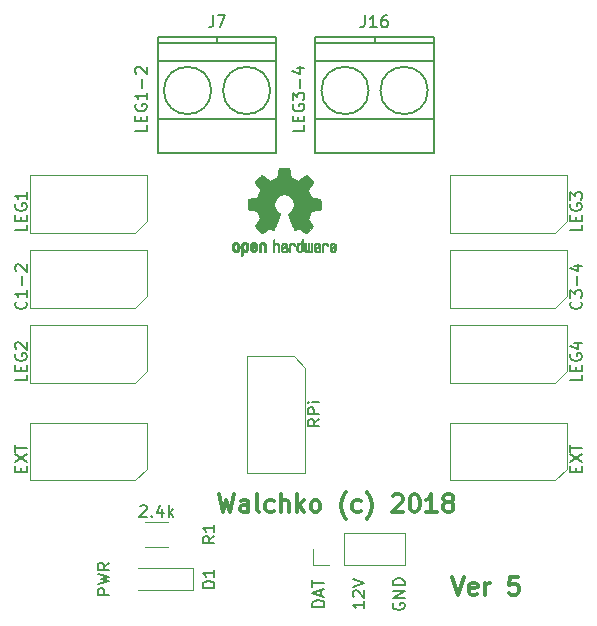
<source format=gbr>
G04 #@! TF.FileFunction,Legend,Top*
%FSLAX46Y46*%
G04 Gerber Fmt 4.6, Leading zero omitted, Abs format (unit mm)*
G04 Created by KiCad (PCBNEW 4.0.7) date Saturday, June 09, 2018 'PMt' 12:28:08 PM*
%MOMM*%
%LPD*%
G01*
G04 APERTURE LIST*
%ADD10C,0.100000*%
%ADD11C,0.200000*%
%ADD12C,0.300000*%
%ADD13C,0.120000*%
%ADD14C,0.010000*%
%ADD15C,0.150000*%
G04 APERTURE END LIST*
D10*
D11*
X136117381Y-108386429D02*
X135117381Y-108386429D01*
X135117381Y-108148334D01*
X135165000Y-108005476D01*
X135260238Y-107910238D01*
X135355476Y-107862619D01*
X135545952Y-107815000D01*
X135688810Y-107815000D01*
X135879286Y-107862619D01*
X135974524Y-107910238D01*
X136069762Y-108005476D01*
X136117381Y-108148334D01*
X136117381Y-108386429D01*
X135831667Y-107434048D02*
X135831667Y-106957857D01*
X136117381Y-107529286D02*
X135117381Y-107195953D01*
X136117381Y-106862619D01*
X135117381Y-106672143D02*
X135117381Y-106100714D01*
X136117381Y-106386429D02*
X135117381Y-106386429D01*
X139517381Y-107934047D02*
X139517381Y-108505476D01*
X139517381Y-108219762D02*
X138517381Y-108219762D01*
X138660238Y-108315000D01*
X138755476Y-108410238D01*
X138803095Y-108505476D01*
X138612619Y-107553095D02*
X138565000Y-107505476D01*
X138517381Y-107410238D01*
X138517381Y-107172142D01*
X138565000Y-107076904D01*
X138612619Y-107029285D01*
X138707857Y-106981666D01*
X138803095Y-106981666D01*
X138945952Y-107029285D01*
X139517381Y-107600714D01*
X139517381Y-106981666D01*
X138517381Y-106695952D02*
X139517381Y-106362619D01*
X138517381Y-106029285D01*
X141965000Y-108076904D02*
X141917381Y-108172142D01*
X141917381Y-108314999D01*
X141965000Y-108457857D01*
X142060238Y-108553095D01*
X142155476Y-108600714D01*
X142345952Y-108648333D01*
X142488810Y-108648333D01*
X142679286Y-108600714D01*
X142774524Y-108553095D01*
X142869762Y-108457857D01*
X142917381Y-108314999D01*
X142917381Y-108219761D01*
X142869762Y-108076904D01*
X142822143Y-108029285D01*
X142488810Y-108029285D01*
X142488810Y-108219761D01*
X142917381Y-107600714D02*
X141917381Y-107600714D01*
X142917381Y-107029285D01*
X141917381Y-107029285D01*
X142917381Y-106553095D02*
X141917381Y-106553095D01*
X141917381Y-106315000D01*
X141965000Y-106172142D01*
X142060238Y-106076904D01*
X142155476Y-106029285D01*
X142345952Y-105981666D01*
X142488810Y-105981666D01*
X142679286Y-106029285D01*
X142774524Y-106076904D01*
X142869762Y-106172142D01*
X142917381Y-106315000D01*
X142917381Y-106553095D01*
D12*
X146967144Y-105858571D02*
X147467144Y-107358571D01*
X147967144Y-105858571D01*
X149038572Y-107287143D02*
X148895715Y-107358571D01*
X148610001Y-107358571D01*
X148467144Y-107287143D01*
X148395715Y-107144286D01*
X148395715Y-106572857D01*
X148467144Y-106430000D01*
X148610001Y-106358571D01*
X148895715Y-106358571D01*
X149038572Y-106430000D01*
X149110001Y-106572857D01*
X149110001Y-106715714D01*
X148395715Y-106858571D01*
X149752858Y-107358571D02*
X149752858Y-106358571D01*
X149752858Y-106644286D02*
X149824286Y-106501429D01*
X149895715Y-106430000D01*
X150038572Y-106358571D01*
X150181429Y-106358571D01*
X152538572Y-105858571D02*
X151824286Y-105858571D01*
X151752857Y-106572857D01*
X151824286Y-106501429D01*
X151967143Y-106430000D01*
X152324286Y-106430000D01*
X152467143Y-106501429D01*
X152538572Y-106572857D01*
X152610000Y-106715714D01*
X152610000Y-107072857D01*
X152538572Y-107215714D01*
X152467143Y-107287143D01*
X152324286Y-107358571D01*
X151967143Y-107358571D01*
X151824286Y-107287143D01*
X151752857Y-107215714D01*
X127195716Y-98873571D02*
X127552859Y-100373571D01*
X127838573Y-99302143D01*
X128124287Y-100373571D01*
X128481430Y-98873571D01*
X129695716Y-100373571D02*
X129695716Y-99587857D01*
X129624287Y-99445000D01*
X129481430Y-99373571D01*
X129195716Y-99373571D01*
X129052859Y-99445000D01*
X129695716Y-100302143D02*
X129552859Y-100373571D01*
X129195716Y-100373571D01*
X129052859Y-100302143D01*
X128981430Y-100159286D01*
X128981430Y-100016429D01*
X129052859Y-99873571D01*
X129195716Y-99802143D01*
X129552859Y-99802143D01*
X129695716Y-99730714D01*
X130624288Y-100373571D02*
X130481430Y-100302143D01*
X130410002Y-100159286D01*
X130410002Y-98873571D01*
X131838573Y-100302143D02*
X131695716Y-100373571D01*
X131410002Y-100373571D01*
X131267144Y-100302143D01*
X131195716Y-100230714D01*
X131124287Y-100087857D01*
X131124287Y-99659286D01*
X131195716Y-99516429D01*
X131267144Y-99445000D01*
X131410002Y-99373571D01*
X131695716Y-99373571D01*
X131838573Y-99445000D01*
X132481430Y-100373571D02*
X132481430Y-98873571D01*
X133124287Y-100373571D02*
X133124287Y-99587857D01*
X133052858Y-99445000D01*
X132910001Y-99373571D01*
X132695716Y-99373571D01*
X132552858Y-99445000D01*
X132481430Y-99516429D01*
X133838573Y-100373571D02*
X133838573Y-98873571D01*
X133981430Y-99802143D02*
X134410001Y-100373571D01*
X134410001Y-99373571D02*
X133838573Y-99945000D01*
X135267145Y-100373571D02*
X135124287Y-100302143D01*
X135052859Y-100230714D01*
X134981430Y-100087857D01*
X134981430Y-99659286D01*
X135052859Y-99516429D01*
X135124287Y-99445000D01*
X135267145Y-99373571D01*
X135481430Y-99373571D01*
X135624287Y-99445000D01*
X135695716Y-99516429D01*
X135767145Y-99659286D01*
X135767145Y-100087857D01*
X135695716Y-100230714D01*
X135624287Y-100302143D01*
X135481430Y-100373571D01*
X135267145Y-100373571D01*
X137981430Y-100945000D02*
X137910002Y-100873571D01*
X137767145Y-100659286D01*
X137695716Y-100516429D01*
X137624287Y-100302143D01*
X137552859Y-99945000D01*
X137552859Y-99659286D01*
X137624287Y-99302143D01*
X137695716Y-99087857D01*
X137767145Y-98945000D01*
X137910002Y-98730714D01*
X137981430Y-98659286D01*
X139195716Y-100302143D02*
X139052859Y-100373571D01*
X138767145Y-100373571D01*
X138624287Y-100302143D01*
X138552859Y-100230714D01*
X138481430Y-100087857D01*
X138481430Y-99659286D01*
X138552859Y-99516429D01*
X138624287Y-99445000D01*
X138767145Y-99373571D01*
X139052859Y-99373571D01*
X139195716Y-99445000D01*
X139695716Y-100945000D02*
X139767144Y-100873571D01*
X139910001Y-100659286D01*
X139981430Y-100516429D01*
X140052859Y-100302143D01*
X140124287Y-99945000D01*
X140124287Y-99659286D01*
X140052859Y-99302143D01*
X139981430Y-99087857D01*
X139910001Y-98945000D01*
X139767144Y-98730714D01*
X139695716Y-98659286D01*
X141910001Y-99016429D02*
X141981430Y-98945000D01*
X142124287Y-98873571D01*
X142481430Y-98873571D01*
X142624287Y-98945000D01*
X142695716Y-99016429D01*
X142767144Y-99159286D01*
X142767144Y-99302143D01*
X142695716Y-99516429D01*
X141838573Y-100373571D01*
X142767144Y-100373571D01*
X143695715Y-98873571D02*
X143838572Y-98873571D01*
X143981429Y-98945000D01*
X144052858Y-99016429D01*
X144124287Y-99159286D01*
X144195715Y-99445000D01*
X144195715Y-99802143D01*
X144124287Y-100087857D01*
X144052858Y-100230714D01*
X143981429Y-100302143D01*
X143838572Y-100373571D01*
X143695715Y-100373571D01*
X143552858Y-100302143D01*
X143481429Y-100230714D01*
X143410001Y-100087857D01*
X143338572Y-99802143D01*
X143338572Y-99445000D01*
X143410001Y-99159286D01*
X143481429Y-99016429D01*
X143552858Y-98945000D01*
X143695715Y-98873571D01*
X145624286Y-100373571D02*
X144767143Y-100373571D01*
X145195715Y-100373571D02*
X145195715Y-98873571D01*
X145052858Y-99087857D01*
X144910000Y-99230714D01*
X144767143Y-99302143D01*
X146481429Y-99516429D02*
X146338571Y-99445000D01*
X146267143Y-99373571D01*
X146195714Y-99230714D01*
X146195714Y-99159286D01*
X146267143Y-99016429D01*
X146338571Y-98945000D01*
X146481429Y-98873571D01*
X146767143Y-98873571D01*
X146910000Y-98945000D01*
X146981429Y-99016429D01*
X147052857Y-99159286D01*
X147052857Y-99230714D01*
X146981429Y-99373571D01*
X146910000Y-99445000D01*
X146767143Y-99516429D01*
X146481429Y-99516429D01*
X146338571Y-99587857D01*
X146267143Y-99659286D01*
X146195714Y-99802143D01*
X146195714Y-100087857D01*
X146267143Y-100230714D01*
X146338571Y-100302143D01*
X146481429Y-100373571D01*
X146767143Y-100373571D01*
X146910000Y-100302143D01*
X146981429Y-100230714D01*
X147052857Y-100087857D01*
X147052857Y-99802143D01*
X146981429Y-99659286D01*
X146910000Y-99587857D01*
X146767143Y-99516429D01*
D13*
X125020000Y-106995000D02*
X125020000Y-105095000D01*
X125020000Y-105095000D02*
X120320000Y-105095000D01*
X125020000Y-106995000D02*
X120320000Y-106995000D01*
X120115000Y-83080000D02*
X121115000Y-82080000D01*
X111215000Y-78180000D02*
X111215000Y-83080000D01*
X111215000Y-83080000D02*
X120115000Y-83080000D01*
X121115000Y-82080000D02*
X121115000Y-78180000D01*
X121115000Y-78180000D02*
X111215000Y-78180000D01*
X142935000Y-104835000D02*
X142935000Y-102175000D01*
X137795000Y-104835000D02*
X142935000Y-104835000D01*
X137795000Y-102175000D02*
X142935000Y-102175000D01*
X137795000Y-104835000D02*
X137795000Y-102175000D01*
X136525000Y-104835000D02*
X135195000Y-104835000D01*
X135195000Y-104835000D02*
X135195000Y-103505000D01*
X120115000Y-76730000D02*
X121115000Y-75730000D01*
X111215000Y-71830000D02*
X111215000Y-76730000D01*
X111215000Y-76730000D02*
X120115000Y-76730000D01*
X121115000Y-75730000D02*
X121115000Y-71830000D01*
X121115000Y-71830000D02*
X111215000Y-71830000D01*
X120115000Y-89430000D02*
X121115000Y-88430000D01*
X111215000Y-84530000D02*
X111215000Y-89430000D01*
X111215000Y-89430000D02*
X120115000Y-89430000D01*
X121115000Y-88430000D02*
X121115000Y-84530000D01*
X121115000Y-84530000D02*
X111215000Y-84530000D01*
X120115000Y-97685000D02*
X121115000Y-96685000D01*
X111215000Y-92785000D02*
X111215000Y-97685000D01*
X111215000Y-97685000D02*
X120115000Y-97685000D01*
X121115000Y-96685000D02*
X121115000Y-92785000D01*
X121115000Y-92785000D02*
X111215000Y-92785000D01*
X120920000Y-101165000D02*
X122920000Y-101165000D01*
X122920000Y-103305000D02*
X120920000Y-103305000D01*
X155675000Y-89430000D02*
X156675000Y-88430000D01*
X146775000Y-84530000D02*
X146775000Y-89430000D01*
X146775000Y-89430000D02*
X155675000Y-89430000D01*
X156675000Y-88430000D02*
X156675000Y-84530000D01*
X156675000Y-84530000D02*
X146775000Y-84530000D01*
X155675000Y-97685000D02*
X156675000Y-96685000D01*
X146775000Y-92785000D02*
X146775000Y-97685000D01*
X146775000Y-97685000D02*
X155675000Y-97685000D01*
X156675000Y-96685000D02*
X156675000Y-92785000D01*
X156675000Y-92785000D02*
X146775000Y-92785000D01*
X155675000Y-83080000D02*
X156675000Y-82080000D01*
X146775000Y-78180000D02*
X146775000Y-83080000D01*
X146775000Y-83080000D02*
X155675000Y-83080000D01*
X156675000Y-82080000D02*
X156675000Y-78180000D01*
X156675000Y-78180000D02*
X146775000Y-78180000D01*
X155675000Y-76730000D02*
X156675000Y-75730000D01*
X146775000Y-71830000D02*
X146775000Y-76730000D01*
X146775000Y-76730000D02*
X155675000Y-76730000D01*
X156675000Y-75730000D02*
X156675000Y-71830000D01*
X156675000Y-71830000D02*
X146775000Y-71830000D01*
D14*
G36*
X129483886Y-77514505D02*
X129558539Y-77551727D01*
X129624431Y-77620261D01*
X129642577Y-77645648D01*
X129662345Y-77678866D01*
X129675172Y-77714945D01*
X129682510Y-77763098D01*
X129685813Y-77832536D01*
X129686538Y-77924206D01*
X129683263Y-78049830D01*
X129671877Y-78144154D01*
X129650041Y-78214523D01*
X129615419Y-78268286D01*
X129565670Y-78312788D01*
X129562014Y-78315423D01*
X129512985Y-78342377D01*
X129453945Y-78355712D01*
X129378859Y-78359000D01*
X129256795Y-78359000D01*
X129256744Y-78477497D01*
X129255608Y-78543492D01*
X129248686Y-78582202D01*
X129230598Y-78605419D01*
X129195962Y-78624933D01*
X129187645Y-78628920D01*
X129148720Y-78647603D01*
X129118583Y-78659403D01*
X129096174Y-78660422D01*
X129080433Y-78646761D01*
X129070302Y-78614522D01*
X129064723Y-78559804D01*
X129062635Y-78478711D01*
X129062981Y-78367344D01*
X129064700Y-78221802D01*
X129065237Y-78178269D01*
X129067172Y-78028205D01*
X129068904Y-77930042D01*
X129256692Y-77930042D01*
X129257748Y-78013364D01*
X129262438Y-78067880D01*
X129273051Y-78103837D01*
X129291872Y-78131482D01*
X129304650Y-78144965D01*
X129356890Y-78184417D01*
X129403142Y-78187628D01*
X129450867Y-78155049D01*
X129452077Y-78153846D01*
X129471494Y-78128668D01*
X129483307Y-78094447D01*
X129489265Y-78041748D01*
X129491120Y-77961131D01*
X129491154Y-77943271D01*
X129486670Y-77832175D01*
X129472074Y-77755161D01*
X129445650Y-77708147D01*
X129405683Y-77687050D01*
X129382584Y-77684923D01*
X129327762Y-77694900D01*
X129290158Y-77727752D01*
X129267523Y-77787857D01*
X129257606Y-77879598D01*
X129256692Y-77930042D01*
X129068904Y-77930042D01*
X129069222Y-77912060D01*
X129071873Y-77824679D01*
X129075606Y-77760905D01*
X129080907Y-77715582D01*
X129088258Y-77683555D01*
X129098143Y-77659668D01*
X129111046Y-77638764D01*
X129116579Y-77630898D01*
X129189969Y-77556595D01*
X129282760Y-77514467D01*
X129390096Y-77502722D01*
X129483886Y-77514505D01*
X129483886Y-77514505D01*
G37*
X129483886Y-77514505D02*
X129558539Y-77551727D01*
X129624431Y-77620261D01*
X129642577Y-77645648D01*
X129662345Y-77678866D01*
X129675172Y-77714945D01*
X129682510Y-77763098D01*
X129685813Y-77832536D01*
X129686538Y-77924206D01*
X129683263Y-78049830D01*
X129671877Y-78144154D01*
X129650041Y-78214523D01*
X129615419Y-78268286D01*
X129565670Y-78312788D01*
X129562014Y-78315423D01*
X129512985Y-78342377D01*
X129453945Y-78355712D01*
X129378859Y-78359000D01*
X129256795Y-78359000D01*
X129256744Y-78477497D01*
X129255608Y-78543492D01*
X129248686Y-78582202D01*
X129230598Y-78605419D01*
X129195962Y-78624933D01*
X129187645Y-78628920D01*
X129148720Y-78647603D01*
X129118583Y-78659403D01*
X129096174Y-78660422D01*
X129080433Y-78646761D01*
X129070302Y-78614522D01*
X129064723Y-78559804D01*
X129062635Y-78478711D01*
X129062981Y-78367344D01*
X129064700Y-78221802D01*
X129065237Y-78178269D01*
X129067172Y-78028205D01*
X129068904Y-77930042D01*
X129256692Y-77930042D01*
X129257748Y-78013364D01*
X129262438Y-78067880D01*
X129273051Y-78103837D01*
X129291872Y-78131482D01*
X129304650Y-78144965D01*
X129356890Y-78184417D01*
X129403142Y-78187628D01*
X129450867Y-78155049D01*
X129452077Y-78153846D01*
X129471494Y-78128668D01*
X129483307Y-78094447D01*
X129489265Y-78041748D01*
X129491120Y-77961131D01*
X129491154Y-77943271D01*
X129486670Y-77832175D01*
X129472074Y-77755161D01*
X129445650Y-77708147D01*
X129405683Y-77687050D01*
X129382584Y-77684923D01*
X129327762Y-77694900D01*
X129290158Y-77727752D01*
X129267523Y-77787857D01*
X129257606Y-77879598D01*
X129256692Y-77930042D01*
X129068904Y-77930042D01*
X129069222Y-77912060D01*
X129071873Y-77824679D01*
X129075606Y-77760905D01*
X129080907Y-77715582D01*
X129088258Y-77683555D01*
X129098143Y-77659668D01*
X129111046Y-77638764D01*
X129116579Y-77630898D01*
X129189969Y-77556595D01*
X129282760Y-77514467D01*
X129390096Y-77502722D01*
X129483886Y-77514505D01*
G36*
X130986664Y-77525089D02*
X131049367Y-77561358D01*
X131092961Y-77597358D01*
X131124845Y-77635075D01*
X131146810Y-77681199D01*
X131160649Y-77742421D01*
X131168153Y-77825431D01*
X131171117Y-77936919D01*
X131171461Y-78017062D01*
X131171461Y-78312065D01*
X131005385Y-78386515D01*
X130995615Y-78063402D01*
X130991579Y-77942729D01*
X130987344Y-77855141D01*
X130982097Y-77794650D01*
X130975025Y-77755268D01*
X130965311Y-77731007D01*
X130952144Y-77715880D01*
X130947919Y-77712606D01*
X130883909Y-77687034D01*
X130819208Y-77697153D01*
X130780692Y-77724000D01*
X130765025Y-77743024D01*
X130754180Y-77767988D01*
X130747288Y-77805834D01*
X130743479Y-77863502D01*
X130741883Y-77947935D01*
X130741615Y-78035928D01*
X130741563Y-78146323D01*
X130739672Y-78224463D01*
X130733345Y-78277165D01*
X130719983Y-78311242D01*
X130696985Y-78333511D01*
X130661754Y-78350787D01*
X130614697Y-78368738D01*
X130563303Y-78388278D01*
X130569421Y-78041485D01*
X130571884Y-77916468D01*
X130574767Y-77824082D01*
X130578898Y-77757881D01*
X130585107Y-77711420D01*
X130594226Y-77678256D01*
X130607083Y-77651944D01*
X130622584Y-77628729D01*
X130697371Y-77554569D01*
X130788628Y-77511684D01*
X130887883Y-77501412D01*
X130986664Y-77525089D01*
X130986664Y-77525089D01*
G37*
X130986664Y-77525089D02*
X131049367Y-77561358D01*
X131092961Y-77597358D01*
X131124845Y-77635075D01*
X131146810Y-77681199D01*
X131160649Y-77742421D01*
X131168153Y-77825431D01*
X131171117Y-77936919D01*
X131171461Y-78017062D01*
X131171461Y-78312065D01*
X131005385Y-78386515D01*
X130995615Y-78063402D01*
X130991579Y-77942729D01*
X130987344Y-77855141D01*
X130982097Y-77794650D01*
X130975025Y-77755268D01*
X130965311Y-77731007D01*
X130952144Y-77715880D01*
X130947919Y-77712606D01*
X130883909Y-77687034D01*
X130819208Y-77697153D01*
X130780692Y-77724000D01*
X130765025Y-77743024D01*
X130754180Y-77767988D01*
X130747288Y-77805834D01*
X130743479Y-77863502D01*
X130741883Y-77947935D01*
X130741615Y-78035928D01*
X130741563Y-78146323D01*
X130739672Y-78224463D01*
X130733345Y-78277165D01*
X130719983Y-78311242D01*
X130696985Y-78333511D01*
X130661754Y-78350787D01*
X130614697Y-78368738D01*
X130563303Y-78388278D01*
X130569421Y-78041485D01*
X130571884Y-77916468D01*
X130574767Y-77824082D01*
X130578898Y-77757881D01*
X130585107Y-77711420D01*
X130594226Y-77678256D01*
X130607083Y-77651944D01*
X130622584Y-77628729D01*
X130697371Y-77554569D01*
X130788628Y-77511684D01*
X130887883Y-77501412D01*
X130986664Y-77525089D01*
G36*
X128731886Y-77517256D02*
X128823464Y-77565409D01*
X128891049Y-77642905D01*
X128915057Y-77692727D01*
X128933738Y-77767533D01*
X128943301Y-77862052D01*
X128944208Y-77965210D01*
X128936921Y-78065935D01*
X128921903Y-78153153D01*
X128899615Y-78215791D01*
X128892765Y-78226579D01*
X128811632Y-78307105D01*
X128715266Y-78355336D01*
X128610701Y-78369450D01*
X128504968Y-78347629D01*
X128475543Y-78334547D01*
X128418241Y-78294231D01*
X128367950Y-78240775D01*
X128363197Y-78233995D01*
X128343878Y-78201321D01*
X128331108Y-78166394D01*
X128323564Y-78120414D01*
X128319924Y-78054584D01*
X128318865Y-77960105D01*
X128318846Y-77938923D01*
X128318894Y-77932182D01*
X128514231Y-77932182D01*
X128515368Y-78021349D01*
X128519841Y-78080520D01*
X128529246Y-78118741D01*
X128545176Y-78145053D01*
X128553308Y-78153846D01*
X128600058Y-78187261D01*
X128645447Y-78185737D01*
X128691340Y-78156752D01*
X128718712Y-78125809D01*
X128734923Y-78080643D01*
X128744026Y-78009420D01*
X128744651Y-78001114D01*
X128746204Y-77872037D01*
X128729965Y-77776172D01*
X128696152Y-77714107D01*
X128644984Y-77686432D01*
X128626720Y-77684923D01*
X128578760Y-77692513D01*
X128545953Y-77718808D01*
X128525895Y-77769095D01*
X128516178Y-77848664D01*
X128514231Y-77932182D01*
X128318894Y-77932182D01*
X128319574Y-77838249D01*
X128322629Y-77767906D01*
X128329322Y-77719163D01*
X128340960Y-77683288D01*
X128358853Y-77651548D01*
X128362808Y-77645648D01*
X128429267Y-77566104D01*
X128501685Y-77519929D01*
X128589849Y-77501599D01*
X128619787Y-77500703D01*
X128731886Y-77517256D01*
X128731886Y-77517256D01*
G37*
X128731886Y-77517256D02*
X128823464Y-77565409D01*
X128891049Y-77642905D01*
X128915057Y-77692727D01*
X128933738Y-77767533D01*
X128943301Y-77862052D01*
X128944208Y-77965210D01*
X128936921Y-78065935D01*
X128921903Y-78153153D01*
X128899615Y-78215791D01*
X128892765Y-78226579D01*
X128811632Y-78307105D01*
X128715266Y-78355336D01*
X128610701Y-78369450D01*
X128504968Y-78347629D01*
X128475543Y-78334547D01*
X128418241Y-78294231D01*
X128367950Y-78240775D01*
X128363197Y-78233995D01*
X128343878Y-78201321D01*
X128331108Y-78166394D01*
X128323564Y-78120414D01*
X128319924Y-78054584D01*
X128318865Y-77960105D01*
X128318846Y-77938923D01*
X128318894Y-77932182D01*
X128514231Y-77932182D01*
X128515368Y-78021349D01*
X128519841Y-78080520D01*
X128529246Y-78118741D01*
X128545176Y-78145053D01*
X128553308Y-78153846D01*
X128600058Y-78187261D01*
X128645447Y-78185737D01*
X128691340Y-78156752D01*
X128718712Y-78125809D01*
X128734923Y-78080643D01*
X128744026Y-78009420D01*
X128744651Y-78001114D01*
X128746204Y-77872037D01*
X128729965Y-77776172D01*
X128696152Y-77714107D01*
X128644984Y-77686432D01*
X128626720Y-77684923D01*
X128578760Y-77692513D01*
X128545953Y-77718808D01*
X128525895Y-77769095D01*
X128516178Y-77848664D01*
X128514231Y-77932182D01*
X128318894Y-77932182D01*
X128319574Y-77838249D01*
X128322629Y-77767906D01*
X128329322Y-77719163D01*
X128340960Y-77683288D01*
X128358853Y-77651548D01*
X128362808Y-77645648D01*
X128429267Y-77566104D01*
X128501685Y-77519929D01*
X128589849Y-77501599D01*
X128619787Y-77500703D01*
X128731886Y-77517256D01*
G36*
X130249254Y-77529745D02*
X130326286Y-77581567D01*
X130385816Y-77656412D01*
X130421378Y-77751654D01*
X130428571Y-77821756D01*
X130427754Y-77851009D01*
X130420914Y-77873407D01*
X130402112Y-77893474D01*
X130365408Y-77915733D01*
X130304862Y-77944709D01*
X130214534Y-77984927D01*
X130214077Y-77985129D01*
X130130933Y-78023210D01*
X130062753Y-78057025D01*
X130016505Y-78082933D01*
X129999158Y-78097295D01*
X129999154Y-78097411D01*
X130014443Y-78128685D01*
X130050196Y-78163157D01*
X130091242Y-78187990D01*
X130112037Y-78192923D01*
X130168770Y-78175862D01*
X130217627Y-78133133D01*
X130241465Y-78086155D01*
X130264397Y-78051522D01*
X130309318Y-78012081D01*
X130362123Y-77978009D01*
X130408710Y-77959480D01*
X130418452Y-77958462D01*
X130429418Y-77975215D01*
X130430079Y-78018039D01*
X130422020Y-78075781D01*
X130406827Y-78137289D01*
X130386086Y-78191409D01*
X130385038Y-78193510D01*
X130322621Y-78280660D01*
X130241726Y-78339939D01*
X130149856Y-78369034D01*
X130054513Y-78365634D01*
X129963198Y-78327428D01*
X129959138Y-78324741D01*
X129887306Y-78259642D01*
X129840073Y-78174705D01*
X129813934Y-78063021D01*
X129810426Y-78031643D01*
X129804213Y-77883536D01*
X129811661Y-77814468D01*
X129999154Y-77814468D01*
X130001590Y-77857552D01*
X130014914Y-77870126D01*
X130048132Y-77860719D01*
X130100494Y-77838483D01*
X130159024Y-77810610D01*
X130160479Y-77809872D01*
X130210089Y-77783777D01*
X130230000Y-77766363D01*
X130225090Y-77748107D01*
X130204416Y-77724120D01*
X130151819Y-77689406D01*
X130095177Y-77686856D01*
X130044369Y-77712119D01*
X130009276Y-77760847D01*
X129999154Y-77814468D01*
X129811661Y-77814468D01*
X129816992Y-77765036D01*
X129849778Y-77671055D01*
X129895421Y-77605215D01*
X129977802Y-77538681D01*
X130068546Y-77505676D01*
X130161185Y-77503573D01*
X130249254Y-77529745D01*
X130249254Y-77529745D01*
G37*
X130249254Y-77529745D02*
X130326286Y-77581567D01*
X130385816Y-77656412D01*
X130421378Y-77751654D01*
X130428571Y-77821756D01*
X130427754Y-77851009D01*
X130420914Y-77873407D01*
X130402112Y-77893474D01*
X130365408Y-77915733D01*
X130304862Y-77944709D01*
X130214534Y-77984927D01*
X130214077Y-77985129D01*
X130130933Y-78023210D01*
X130062753Y-78057025D01*
X130016505Y-78082933D01*
X129999158Y-78097295D01*
X129999154Y-78097411D01*
X130014443Y-78128685D01*
X130050196Y-78163157D01*
X130091242Y-78187990D01*
X130112037Y-78192923D01*
X130168770Y-78175862D01*
X130217627Y-78133133D01*
X130241465Y-78086155D01*
X130264397Y-78051522D01*
X130309318Y-78012081D01*
X130362123Y-77978009D01*
X130408710Y-77959480D01*
X130418452Y-77958462D01*
X130429418Y-77975215D01*
X130430079Y-78018039D01*
X130422020Y-78075781D01*
X130406827Y-78137289D01*
X130386086Y-78191409D01*
X130385038Y-78193510D01*
X130322621Y-78280660D01*
X130241726Y-78339939D01*
X130149856Y-78369034D01*
X130054513Y-78365634D01*
X129963198Y-78327428D01*
X129959138Y-78324741D01*
X129887306Y-78259642D01*
X129840073Y-78174705D01*
X129813934Y-78063021D01*
X129810426Y-78031643D01*
X129804213Y-77883536D01*
X129811661Y-77814468D01*
X129999154Y-77814468D01*
X130001590Y-77857552D01*
X130014914Y-77870126D01*
X130048132Y-77860719D01*
X130100494Y-77838483D01*
X130159024Y-77810610D01*
X130160479Y-77809872D01*
X130210089Y-77783777D01*
X130230000Y-77766363D01*
X130225090Y-77748107D01*
X130204416Y-77724120D01*
X130151819Y-77689406D01*
X130095177Y-77686856D01*
X130044369Y-77712119D01*
X130009276Y-77760847D01*
X129999154Y-77814468D01*
X129811661Y-77814468D01*
X129816992Y-77765036D01*
X129849778Y-77671055D01*
X129895421Y-77605215D01*
X129977802Y-77538681D01*
X130068546Y-77505676D01*
X130161185Y-77503573D01*
X130249254Y-77529745D01*
G36*
X131874846Y-77422120D02*
X131880572Y-77501980D01*
X131887149Y-77549039D01*
X131896262Y-77569566D01*
X131909598Y-77569829D01*
X131913923Y-77567378D01*
X131971444Y-77549636D01*
X132046268Y-77550672D01*
X132122339Y-77568910D01*
X132169918Y-77592505D01*
X132218702Y-77630198D01*
X132254364Y-77672855D01*
X132278845Y-77727057D01*
X132294087Y-77799384D01*
X132302030Y-77896419D01*
X132304616Y-78024742D01*
X132304662Y-78049358D01*
X132304692Y-78325870D01*
X132243161Y-78347320D01*
X132199459Y-78361912D01*
X132175482Y-78368706D01*
X132174777Y-78368769D01*
X132172415Y-78350345D01*
X132170406Y-78299526D01*
X132168901Y-78222993D01*
X132168053Y-78127430D01*
X132167923Y-78069329D01*
X132167651Y-77954771D01*
X132166252Y-77872667D01*
X132162849Y-77816393D01*
X132156567Y-77779326D01*
X132146529Y-77754844D01*
X132131861Y-77736325D01*
X132122702Y-77727406D01*
X132059789Y-77691466D01*
X131991136Y-77688775D01*
X131928848Y-77719170D01*
X131917329Y-77730144D01*
X131900433Y-77750779D01*
X131888714Y-77775256D01*
X131881233Y-77810647D01*
X131877054Y-77864026D01*
X131875237Y-77942466D01*
X131874846Y-78050617D01*
X131874846Y-78325870D01*
X131813315Y-78347320D01*
X131769613Y-78361912D01*
X131745636Y-78368706D01*
X131744930Y-78368769D01*
X131743126Y-78350069D01*
X131741500Y-78297322D01*
X131740117Y-78215557D01*
X131739042Y-78109805D01*
X131738340Y-77985094D01*
X131738077Y-77846455D01*
X131738077Y-77311806D01*
X131865077Y-77258236D01*
X131874846Y-77422120D01*
X131874846Y-77422120D01*
G37*
X131874846Y-77422120D02*
X131880572Y-77501980D01*
X131887149Y-77549039D01*
X131896262Y-77569566D01*
X131909598Y-77569829D01*
X131913923Y-77567378D01*
X131971444Y-77549636D01*
X132046268Y-77550672D01*
X132122339Y-77568910D01*
X132169918Y-77592505D01*
X132218702Y-77630198D01*
X132254364Y-77672855D01*
X132278845Y-77727057D01*
X132294087Y-77799384D01*
X132302030Y-77896419D01*
X132304616Y-78024742D01*
X132304662Y-78049358D01*
X132304692Y-78325870D01*
X132243161Y-78347320D01*
X132199459Y-78361912D01*
X132175482Y-78368706D01*
X132174777Y-78368769D01*
X132172415Y-78350345D01*
X132170406Y-78299526D01*
X132168901Y-78222993D01*
X132168053Y-78127430D01*
X132167923Y-78069329D01*
X132167651Y-77954771D01*
X132166252Y-77872667D01*
X132162849Y-77816393D01*
X132156567Y-77779326D01*
X132146529Y-77754844D01*
X132131861Y-77736325D01*
X132122702Y-77727406D01*
X132059789Y-77691466D01*
X131991136Y-77688775D01*
X131928848Y-77719170D01*
X131917329Y-77730144D01*
X131900433Y-77750779D01*
X131888714Y-77775256D01*
X131881233Y-77810647D01*
X131877054Y-77864026D01*
X131875237Y-77942466D01*
X131874846Y-78050617D01*
X131874846Y-78325870D01*
X131813315Y-78347320D01*
X131769613Y-78361912D01*
X131745636Y-78368706D01*
X131744930Y-78368769D01*
X131743126Y-78350069D01*
X131741500Y-78297322D01*
X131740117Y-78215557D01*
X131739042Y-78109805D01*
X131738340Y-77985094D01*
X131738077Y-77846455D01*
X131738077Y-77311806D01*
X131865077Y-77258236D01*
X131874846Y-77422120D01*
G36*
X132768501Y-77556303D02*
X132845060Y-77584733D01*
X132845936Y-77585279D01*
X132893285Y-77620127D01*
X132928241Y-77660852D01*
X132952825Y-77713925D01*
X132969062Y-77785814D01*
X132978975Y-77882992D01*
X132984586Y-78011928D01*
X132985077Y-78030298D01*
X132992141Y-78307287D01*
X132932695Y-78338028D01*
X132889681Y-78358802D01*
X132863710Y-78368646D01*
X132862509Y-78368769D01*
X132858014Y-78350606D01*
X132854444Y-78301612D01*
X132852248Y-78230031D01*
X132851769Y-78172068D01*
X132851758Y-78078170D01*
X132847466Y-78019203D01*
X132832503Y-77991079D01*
X132800482Y-77989706D01*
X132745014Y-78010998D01*
X132661269Y-78050136D01*
X132599689Y-78082643D01*
X132568017Y-78110845D01*
X132558706Y-78141582D01*
X132558692Y-78143104D01*
X132574057Y-78196054D01*
X132619547Y-78224660D01*
X132689166Y-78228803D01*
X132739313Y-78228084D01*
X132765754Y-78242527D01*
X132782243Y-78277218D01*
X132791733Y-78321416D01*
X132778057Y-78346493D01*
X132772907Y-78350082D01*
X132724425Y-78364496D01*
X132656531Y-78366537D01*
X132586612Y-78356983D01*
X132537068Y-78339522D01*
X132468570Y-78281364D01*
X132429634Y-78200408D01*
X132421923Y-78137160D01*
X132427807Y-78080111D01*
X132449101Y-78033542D01*
X132491265Y-77992181D01*
X132559759Y-77950755D01*
X132660044Y-77903993D01*
X132666154Y-77901350D01*
X132756490Y-77859617D01*
X132812235Y-77825391D01*
X132836129Y-77794635D01*
X132830913Y-77763311D01*
X132799328Y-77727383D01*
X132789883Y-77719116D01*
X132726617Y-77687058D01*
X132661064Y-77688407D01*
X132603972Y-77719838D01*
X132566093Y-77778024D01*
X132562574Y-77789446D01*
X132528300Y-77844837D01*
X132484809Y-77871518D01*
X132421923Y-77897960D01*
X132421923Y-77829548D01*
X132441052Y-77730110D01*
X132497831Y-77638902D01*
X132527378Y-77608389D01*
X132594542Y-77569228D01*
X132679956Y-77551500D01*
X132768501Y-77556303D01*
X132768501Y-77556303D01*
G37*
X132768501Y-77556303D02*
X132845060Y-77584733D01*
X132845936Y-77585279D01*
X132893285Y-77620127D01*
X132928241Y-77660852D01*
X132952825Y-77713925D01*
X132969062Y-77785814D01*
X132978975Y-77882992D01*
X132984586Y-78011928D01*
X132985077Y-78030298D01*
X132992141Y-78307287D01*
X132932695Y-78338028D01*
X132889681Y-78358802D01*
X132863710Y-78368646D01*
X132862509Y-78368769D01*
X132858014Y-78350606D01*
X132854444Y-78301612D01*
X132852248Y-78230031D01*
X132851769Y-78172068D01*
X132851758Y-78078170D01*
X132847466Y-78019203D01*
X132832503Y-77991079D01*
X132800482Y-77989706D01*
X132745014Y-78010998D01*
X132661269Y-78050136D01*
X132599689Y-78082643D01*
X132568017Y-78110845D01*
X132558706Y-78141582D01*
X132558692Y-78143104D01*
X132574057Y-78196054D01*
X132619547Y-78224660D01*
X132689166Y-78228803D01*
X132739313Y-78228084D01*
X132765754Y-78242527D01*
X132782243Y-78277218D01*
X132791733Y-78321416D01*
X132778057Y-78346493D01*
X132772907Y-78350082D01*
X132724425Y-78364496D01*
X132656531Y-78366537D01*
X132586612Y-78356983D01*
X132537068Y-78339522D01*
X132468570Y-78281364D01*
X132429634Y-78200408D01*
X132421923Y-78137160D01*
X132427807Y-78080111D01*
X132449101Y-78033542D01*
X132491265Y-77992181D01*
X132559759Y-77950755D01*
X132660044Y-77903993D01*
X132666154Y-77901350D01*
X132756490Y-77859617D01*
X132812235Y-77825391D01*
X132836129Y-77794635D01*
X132830913Y-77763311D01*
X132799328Y-77727383D01*
X132789883Y-77719116D01*
X132726617Y-77687058D01*
X132661064Y-77688407D01*
X132603972Y-77719838D01*
X132566093Y-77778024D01*
X132562574Y-77789446D01*
X132528300Y-77844837D01*
X132484809Y-77871518D01*
X132421923Y-77897960D01*
X132421923Y-77829548D01*
X132441052Y-77730110D01*
X132497831Y-77638902D01*
X132527378Y-77608389D01*
X132594542Y-77569228D01*
X132679956Y-77551500D01*
X132768501Y-77556303D01*
G36*
X133428362Y-77554670D02*
X133517117Y-77587421D01*
X133589022Y-77645350D01*
X133617144Y-77686128D01*
X133647802Y-77760954D01*
X133647165Y-77815058D01*
X133614987Y-77851446D01*
X133603081Y-77857633D01*
X133551675Y-77876925D01*
X133525422Y-77871982D01*
X133516530Y-77839587D01*
X133516077Y-77821692D01*
X133499797Y-77755859D01*
X133457365Y-77709807D01*
X133398388Y-77687564D01*
X133332475Y-77693161D01*
X133278895Y-77722229D01*
X133260798Y-77738810D01*
X133247971Y-77758925D01*
X133239306Y-77789332D01*
X133233696Y-77836788D01*
X133230035Y-77908050D01*
X133227215Y-78009875D01*
X133226484Y-78042115D01*
X133223820Y-78152410D01*
X133220792Y-78230036D01*
X133216250Y-78281396D01*
X133209046Y-78312890D01*
X133198033Y-78330920D01*
X133182060Y-78341888D01*
X133171834Y-78346733D01*
X133128406Y-78363301D01*
X133102842Y-78368769D01*
X133094395Y-78350507D01*
X133089239Y-78295296D01*
X133087346Y-78202499D01*
X133088689Y-78071478D01*
X133089107Y-78051269D01*
X133092058Y-77931733D01*
X133095548Y-77844449D01*
X133100514Y-77782591D01*
X133107893Y-77739336D01*
X133118624Y-77707860D01*
X133133645Y-77681339D01*
X133141502Y-77669975D01*
X133186553Y-77619692D01*
X133236940Y-77580581D01*
X133243108Y-77577167D01*
X133333458Y-77550212D01*
X133428362Y-77554670D01*
X133428362Y-77554670D01*
G37*
X133428362Y-77554670D02*
X133517117Y-77587421D01*
X133589022Y-77645350D01*
X133617144Y-77686128D01*
X133647802Y-77760954D01*
X133647165Y-77815058D01*
X133614987Y-77851446D01*
X133603081Y-77857633D01*
X133551675Y-77876925D01*
X133525422Y-77871982D01*
X133516530Y-77839587D01*
X133516077Y-77821692D01*
X133499797Y-77755859D01*
X133457365Y-77709807D01*
X133398388Y-77687564D01*
X133332475Y-77693161D01*
X133278895Y-77722229D01*
X133260798Y-77738810D01*
X133247971Y-77758925D01*
X133239306Y-77789332D01*
X133233696Y-77836788D01*
X133230035Y-77908050D01*
X133227215Y-78009875D01*
X133226484Y-78042115D01*
X133223820Y-78152410D01*
X133220792Y-78230036D01*
X133216250Y-78281396D01*
X133209046Y-78312890D01*
X133198033Y-78330920D01*
X133182060Y-78341888D01*
X133171834Y-78346733D01*
X133128406Y-78363301D01*
X133102842Y-78368769D01*
X133094395Y-78350507D01*
X133089239Y-78295296D01*
X133087346Y-78202499D01*
X133088689Y-78071478D01*
X133089107Y-78051269D01*
X133092058Y-77931733D01*
X133095548Y-77844449D01*
X133100514Y-77782591D01*
X133107893Y-77739336D01*
X133118624Y-77707860D01*
X133133645Y-77681339D01*
X133141502Y-77669975D01*
X133186553Y-77619692D01*
X133236940Y-77580581D01*
X133243108Y-77577167D01*
X133333458Y-77550212D01*
X133428362Y-77554670D01*
G36*
X134317081Y-77710289D02*
X134316833Y-77856320D01*
X134315872Y-77968655D01*
X134313794Y-78052678D01*
X134310193Y-78113769D01*
X134304665Y-78157309D01*
X134296804Y-78188679D01*
X134286207Y-78213262D01*
X134278182Y-78227294D01*
X134211728Y-78303388D01*
X134127470Y-78351084D01*
X134034249Y-78368199D01*
X133940900Y-78352546D01*
X133885312Y-78324418D01*
X133826957Y-78275760D01*
X133787186Y-78216333D01*
X133763190Y-78138507D01*
X133752161Y-78034652D01*
X133750599Y-77958462D01*
X133750809Y-77952986D01*
X133887308Y-77952986D01*
X133888141Y-78040355D01*
X133891961Y-78098192D01*
X133900746Y-78136029D01*
X133916474Y-78163398D01*
X133935266Y-78184042D01*
X133998375Y-78223890D01*
X134066137Y-78227295D01*
X134130179Y-78194025D01*
X134135164Y-78189517D01*
X134156439Y-78166067D01*
X134169779Y-78138166D01*
X134177001Y-78096641D01*
X134179923Y-78032316D01*
X134180385Y-77961200D01*
X134179383Y-77871858D01*
X134175238Y-77812258D01*
X134166236Y-77773089D01*
X134150667Y-77745040D01*
X134137902Y-77730144D01*
X134078600Y-77692575D01*
X134010301Y-77688057D01*
X133945110Y-77716753D01*
X133932528Y-77727406D01*
X133911111Y-77751063D01*
X133897744Y-77779251D01*
X133890566Y-77821245D01*
X133887719Y-77886319D01*
X133887308Y-77952986D01*
X133750809Y-77952986D01*
X133755322Y-77835765D01*
X133771362Y-77743577D01*
X133801528Y-77674269D01*
X133848629Y-77620211D01*
X133885312Y-77592505D01*
X133951990Y-77562572D01*
X134029272Y-77548678D01*
X134101110Y-77552397D01*
X134141308Y-77567400D01*
X134157082Y-77571670D01*
X134167550Y-77555750D01*
X134174856Y-77513089D01*
X134180385Y-77448106D01*
X134186437Y-77375732D01*
X134194844Y-77332187D01*
X134210141Y-77307287D01*
X134236864Y-77290845D01*
X134253654Y-77283564D01*
X134317154Y-77256963D01*
X134317081Y-77710289D01*
X134317081Y-77710289D01*
G37*
X134317081Y-77710289D02*
X134316833Y-77856320D01*
X134315872Y-77968655D01*
X134313794Y-78052678D01*
X134310193Y-78113769D01*
X134304665Y-78157309D01*
X134296804Y-78188679D01*
X134286207Y-78213262D01*
X134278182Y-78227294D01*
X134211728Y-78303388D01*
X134127470Y-78351084D01*
X134034249Y-78368199D01*
X133940900Y-78352546D01*
X133885312Y-78324418D01*
X133826957Y-78275760D01*
X133787186Y-78216333D01*
X133763190Y-78138507D01*
X133752161Y-78034652D01*
X133750599Y-77958462D01*
X133750809Y-77952986D01*
X133887308Y-77952986D01*
X133888141Y-78040355D01*
X133891961Y-78098192D01*
X133900746Y-78136029D01*
X133916474Y-78163398D01*
X133935266Y-78184042D01*
X133998375Y-78223890D01*
X134066137Y-78227295D01*
X134130179Y-78194025D01*
X134135164Y-78189517D01*
X134156439Y-78166067D01*
X134169779Y-78138166D01*
X134177001Y-78096641D01*
X134179923Y-78032316D01*
X134180385Y-77961200D01*
X134179383Y-77871858D01*
X134175238Y-77812258D01*
X134166236Y-77773089D01*
X134150667Y-77745040D01*
X134137902Y-77730144D01*
X134078600Y-77692575D01*
X134010301Y-77688057D01*
X133945110Y-77716753D01*
X133932528Y-77727406D01*
X133911111Y-77751063D01*
X133897744Y-77779251D01*
X133890566Y-77821245D01*
X133887719Y-77886319D01*
X133887308Y-77952986D01*
X133750809Y-77952986D01*
X133755322Y-77835765D01*
X133771362Y-77743577D01*
X133801528Y-77674269D01*
X133848629Y-77620211D01*
X133885312Y-77592505D01*
X133951990Y-77562572D01*
X134029272Y-77548678D01*
X134101110Y-77552397D01*
X134141308Y-77567400D01*
X134157082Y-77571670D01*
X134167550Y-77555750D01*
X134174856Y-77513089D01*
X134180385Y-77448106D01*
X134186437Y-77375732D01*
X134194844Y-77332187D01*
X134210141Y-77307287D01*
X134236864Y-77290845D01*
X134253654Y-77283564D01*
X134317154Y-77256963D01*
X134317081Y-77710289D01*
G36*
X135110929Y-77566662D02*
X135113911Y-77618068D01*
X135116247Y-77696192D01*
X135117749Y-77794857D01*
X135118231Y-77898343D01*
X135118231Y-78248533D01*
X135056401Y-78310363D01*
X135013793Y-78348462D01*
X134976390Y-78363895D01*
X134925270Y-78362918D01*
X134904978Y-78360433D01*
X134841554Y-78353200D01*
X134789095Y-78349055D01*
X134776308Y-78348672D01*
X134733199Y-78351176D01*
X134671544Y-78357462D01*
X134647638Y-78360433D01*
X134588922Y-78365028D01*
X134549464Y-78355046D01*
X134510338Y-78324228D01*
X134496215Y-78310363D01*
X134434385Y-78248533D01*
X134434385Y-77593503D01*
X134484150Y-77570829D01*
X134527002Y-77554034D01*
X134552073Y-77548154D01*
X134558501Y-77566736D01*
X134564509Y-77618655D01*
X134569697Y-77698172D01*
X134573664Y-77799546D01*
X134575577Y-77885192D01*
X134580923Y-78222231D01*
X134627560Y-78228825D01*
X134669976Y-78224214D01*
X134690760Y-78209287D01*
X134696570Y-78181377D01*
X134701530Y-78121925D01*
X134705246Y-78038466D01*
X134707324Y-77938532D01*
X134707624Y-77887104D01*
X134707923Y-77591054D01*
X134769454Y-77569604D01*
X134813004Y-77555020D01*
X134836694Y-77548219D01*
X134837377Y-77548154D01*
X134839754Y-77566642D01*
X134842366Y-77617906D01*
X134844995Y-77695649D01*
X134847421Y-77793574D01*
X134849115Y-77885192D01*
X134854461Y-78222231D01*
X134971692Y-78222231D01*
X134977072Y-77914746D01*
X134982451Y-77607261D01*
X135039601Y-77577707D01*
X135081797Y-77557413D01*
X135106770Y-77548204D01*
X135107491Y-77548154D01*
X135110929Y-77566662D01*
X135110929Y-77566662D01*
G37*
X135110929Y-77566662D02*
X135113911Y-77618068D01*
X135116247Y-77696192D01*
X135117749Y-77794857D01*
X135118231Y-77898343D01*
X135118231Y-78248533D01*
X135056401Y-78310363D01*
X135013793Y-78348462D01*
X134976390Y-78363895D01*
X134925270Y-78362918D01*
X134904978Y-78360433D01*
X134841554Y-78353200D01*
X134789095Y-78349055D01*
X134776308Y-78348672D01*
X134733199Y-78351176D01*
X134671544Y-78357462D01*
X134647638Y-78360433D01*
X134588922Y-78365028D01*
X134549464Y-78355046D01*
X134510338Y-78324228D01*
X134496215Y-78310363D01*
X134434385Y-78248533D01*
X134434385Y-77593503D01*
X134484150Y-77570829D01*
X134527002Y-77554034D01*
X134552073Y-77548154D01*
X134558501Y-77566736D01*
X134564509Y-77618655D01*
X134569697Y-77698172D01*
X134573664Y-77799546D01*
X134575577Y-77885192D01*
X134580923Y-78222231D01*
X134627560Y-78228825D01*
X134669976Y-78224214D01*
X134690760Y-78209287D01*
X134696570Y-78181377D01*
X134701530Y-78121925D01*
X134705246Y-78038466D01*
X134707324Y-77938532D01*
X134707624Y-77887104D01*
X134707923Y-77591054D01*
X134769454Y-77569604D01*
X134813004Y-77555020D01*
X134836694Y-77548219D01*
X134837377Y-77548154D01*
X134839754Y-77566642D01*
X134842366Y-77617906D01*
X134844995Y-77695649D01*
X134847421Y-77793574D01*
X134849115Y-77885192D01*
X134854461Y-78222231D01*
X134971692Y-78222231D01*
X134977072Y-77914746D01*
X134982451Y-77607261D01*
X135039601Y-77577707D01*
X135081797Y-77557413D01*
X135106770Y-77548204D01*
X135107491Y-77548154D01*
X135110929Y-77566662D01*
G36*
X135602333Y-77563528D02*
X135658590Y-77589117D01*
X135702747Y-77620124D01*
X135735101Y-77654795D01*
X135757438Y-77699520D01*
X135771546Y-77760692D01*
X135779211Y-77844701D01*
X135782220Y-77957940D01*
X135782538Y-78032509D01*
X135782538Y-78323420D01*
X135732773Y-78346095D01*
X135693576Y-78362667D01*
X135674157Y-78368769D01*
X135670442Y-78350610D01*
X135667495Y-78301648D01*
X135665691Y-78230153D01*
X135665308Y-78173385D01*
X135663661Y-78091371D01*
X135659222Y-78026309D01*
X135652740Y-77986467D01*
X135647590Y-77978000D01*
X135612977Y-77986646D01*
X135558640Y-78008823D01*
X135495722Y-78038886D01*
X135435368Y-78071192D01*
X135388721Y-78100098D01*
X135366926Y-78119961D01*
X135366839Y-78120175D01*
X135368714Y-78156935D01*
X135385525Y-78192026D01*
X135415039Y-78220528D01*
X135458116Y-78230061D01*
X135494932Y-78228950D01*
X135547074Y-78228133D01*
X135574444Y-78240349D01*
X135590882Y-78272624D01*
X135592955Y-78278710D01*
X135600081Y-78324739D01*
X135581024Y-78352687D01*
X135531353Y-78366007D01*
X135477697Y-78368470D01*
X135381142Y-78350210D01*
X135331159Y-78324131D01*
X135269429Y-78262868D01*
X135236690Y-78187670D01*
X135233753Y-78108211D01*
X135261424Y-78034167D01*
X135303047Y-77987769D01*
X135344604Y-77961793D01*
X135409922Y-77928907D01*
X135486038Y-77895557D01*
X135498726Y-77890461D01*
X135582333Y-77853565D01*
X135630530Y-77821046D01*
X135646030Y-77788718D01*
X135631550Y-77752394D01*
X135606692Y-77724000D01*
X135547939Y-77689039D01*
X135483293Y-77686417D01*
X135424008Y-77713358D01*
X135381339Y-77767088D01*
X135375739Y-77780950D01*
X135343133Y-77831936D01*
X135295530Y-77869787D01*
X135235461Y-77900850D01*
X135235461Y-77812768D01*
X135238997Y-77758951D01*
X135254156Y-77716534D01*
X135287768Y-77671279D01*
X135320035Y-77636420D01*
X135370209Y-77587062D01*
X135409193Y-77560547D01*
X135451064Y-77549911D01*
X135498460Y-77548154D01*
X135602333Y-77563528D01*
X135602333Y-77563528D01*
G37*
X135602333Y-77563528D02*
X135658590Y-77589117D01*
X135702747Y-77620124D01*
X135735101Y-77654795D01*
X135757438Y-77699520D01*
X135771546Y-77760692D01*
X135779211Y-77844701D01*
X135782220Y-77957940D01*
X135782538Y-78032509D01*
X135782538Y-78323420D01*
X135732773Y-78346095D01*
X135693576Y-78362667D01*
X135674157Y-78368769D01*
X135670442Y-78350610D01*
X135667495Y-78301648D01*
X135665691Y-78230153D01*
X135665308Y-78173385D01*
X135663661Y-78091371D01*
X135659222Y-78026309D01*
X135652740Y-77986467D01*
X135647590Y-77978000D01*
X135612977Y-77986646D01*
X135558640Y-78008823D01*
X135495722Y-78038886D01*
X135435368Y-78071192D01*
X135388721Y-78100098D01*
X135366926Y-78119961D01*
X135366839Y-78120175D01*
X135368714Y-78156935D01*
X135385525Y-78192026D01*
X135415039Y-78220528D01*
X135458116Y-78230061D01*
X135494932Y-78228950D01*
X135547074Y-78228133D01*
X135574444Y-78240349D01*
X135590882Y-78272624D01*
X135592955Y-78278710D01*
X135600081Y-78324739D01*
X135581024Y-78352687D01*
X135531353Y-78366007D01*
X135477697Y-78368470D01*
X135381142Y-78350210D01*
X135331159Y-78324131D01*
X135269429Y-78262868D01*
X135236690Y-78187670D01*
X135233753Y-78108211D01*
X135261424Y-78034167D01*
X135303047Y-77987769D01*
X135344604Y-77961793D01*
X135409922Y-77928907D01*
X135486038Y-77895557D01*
X135498726Y-77890461D01*
X135582333Y-77853565D01*
X135630530Y-77821046D01*
X135646030Y-77788718D01*
X135631550Y-77752394D01*
X135606692Y-77724000D01*
X135547939Y-77689039D01*
X135483293Y-77686417D01*
X135424008Y-77713358D01*
X135381339Y-77767088D01*
X135375739Y-77780950D01*
X135343133Y-77831936D01*
X135295530Y-77869787D01*
X135235461Y-77900850D01*
X135235461Y-77812768D01*
X135238997Y-77758951D01*
X135254156Y-77716534D01*
X135287768Y-77671279D01*
X135320035Y-77636420D01*
X135370209Y-77587062D01*
X135409193Y-77560547D01*
X135451064Y-77549911D01*
X135498460Y-77548154D01*
X135602333Y-77563528D01*
G36*
X136285807Y-77566782D02*
X136309161Y-77576988D01*
X136364902Y-77621134D01*
X136412569Y-77684967D01*
X136442048Y-77753087D01*
X136446846Y-77786670D01*
X136430760Y-77833556D01*
X136395475Y-77858365D01*
X136357644Y-77873387D01*
X136340321Y-77876155D01*
X136331886Y-77856066D01*
X136315230Y-77812351D01*
X136307923Y-77792598D01*
X136266948Y-77724271D01*
X136207622Y-77690191D01*
X136131552Y-77691239D01*
X136125918Y-77692581D01*
X136085305Y-77711836D01*
X136055448Y-77749375D01*
X136035055Y-77809809D01*
X136022836Y-77897751D01*
X136017500Y-78017813D01*
X136017000Y-78081698D01*
X136016752Y-78182403D01*
X136015126Y-78251054D01*
X136010801Y-78294673D01*
X136002454Y-78320282D01*
X135988765Y-78334903D01*
X135968411Y-78345558D01*
X135967234Y-78346095D01*
X135928038Y-78362667D01*
X135908619Y-78368769D01*
X135905635Y-78350319D01*
X135903081Y-78299323D01*
X135901140Y-78222308D01*
X135899997Y-78125805D01*
X135899769Y-78055184D01*
X135900932Y-77918525D01*
X135905479Y-77814851D01*
X135914999Y-77738108D01*
X135931081Y-77682246D01*
X135955313Y-77641212D01*
X135989286Y-77608954D01*
X136022833Y-77586440D01*
X136103499Y-77556476D01*
X136197381Y-77549718D01*
X136285807Y-77566782D01*
X136285807Y-77566782D01*
G37*
X136285807Y-77566782D02*
X136309161Y-77576988D01*
X136364902Y-77621134D01*
X136412569Y-77684967D01*
X136442048Y-77753087D01*
X136446846Y-77786670D01*
X136430760Y-77833556D01*
X136395475Y-77858365D01*
X136357644Y-77873387D01*
X136340321Y-77876155D01*
X136331886Y-77856066D01*
X136315230Y-77812351D01*
X136307923Y-77792598D01*
X136266948Y-77724271D01*
X136207622Y-77690191D01*
X136131552Y-77691239D01*
X136125918Y-77692581D01*
X136085305Y-77711836D01*
X136055448Y-77749375D01*
X136035055Y-77809809D01*
X136022836Y-77897751D01*
X136017500Y-78017813D01*
X136017000Y-78081698D01*
X136016752Y-78182403D01*
X136015126Y-78251054D01*
X136010801Y-78294673D01*
X136002454Y-78320282D01*
X135988765Y-78334903D01*
X135968411Y-78345558D01*
X135967234Y-78346095D01*
X135928038Y-78362667D01*
X135908619Y-78368769D01*
X135905635Y-78350319D01*
X135903081Y-78299323D01*
X135901140Y-78222308D01*
X135899997Y-78125805D01*
X135899769Y-78055184D01*
X135900932Y-77918525D01*
X135905479Y-77814851D01*
X135914999Y-77738108D01*
X135931081Y-77682246D01*
X135955313Y-77641212D01*
X135989286Y-77608954D01*
X136022833Y-77586440D01*
X136103499Y-77556476D01*
X136197381Y-77549718D01*
X136285807Y-77566782D01*
G36*
X136960224Y-77577838D02*
X137037528Y-77628361D01*
X137074814Y-77673590D01*
X137104353Y-77755663D01*
X137106699Y-77820607D01*
X137101385Y-77907445D01*
X136901115Y-77995103D01*
X136803739Y-78039887D01*
X136740113Y-78075913D01*
X136707029Y-78107117D01*
X136701280Y-78137436D01*
X136719658Y-78170805D01*
X136739923Y-78192923D01*
X136798889Y-78228393D01*
X136863024Y-78230879D01*
X136921926Y-78203235D01*
X136965197Y-78148320D01*
X136972936Y-78128928D01*
X137010006Y-78068364D01*
X137052654Y-78042552D01*
X137111154Y-78020471D01*
X137111154Y-78104184D01*
X137105982Y-78161150D01*
X137085723Y-78209189D01*
X137043262Y-78264346D01*
X137036951Y-78271514D01*
X136989720Y-78320585D01*
X136949121Y-78346920D01*
X136898328Y-78359035D01*
X136856220Y-78363003D01*
X136780902Y-78363991D01*
X136727286Y-78351466D01*
X136693838Y-78332869D01*
X136641268Y-78291975D01*
X136604879Y-78247748D01*
X136581850Y-78192126D01*
X136569359Y-78117047D01*
X136564587Y-78014449D01*
X136564206Y-77962376D01*
X136565501Y-77899948D01*
X136683471Y-77899948D01*
X136684839Y-77933438D01*
X136688249Y-77938923D01*
X136710753Y-77931472D01*
X136759182Y-77911753D01*
X136823908Y-77883718D01*
X136837443Y-77877692D01*
X136919244Y-77836096D01*
X136964312Y-77799538D01*
X136974217Y-77765296D01*
X136950526Y-77730648D01*
X136930960Y-77715339D01*
X136860360Y-77684721D01*
X136794280Y-77689780D01*
X136738959Y-77727151D01*
X136700636Y-77793473D01*
X136688349Y-77846116D01*
X136683471Y-77899948D01*
X136565501Y-77899948D01*
X136566730Y-77840720D01*
X136576032Y-77750710D01*
X136594460Y-77685167D01*
X136624360Y-77636912D01*
X136668080Y-77598767D01*
X136687141Y-77586440D01*
X136773726Y-77554336D01*
X136868522Y-77552316D01*
X136960224Y-77577838D01*
X136960224Y-77577838D01*
G37*
X136960224Y-77577838D02*
X137037528Y-77628361D01*
X137074814Y-77673590D01*
X137104353Y-77755663D01*
X137106699Y-77820607D01*
X137101385Y-77907445D01*
X136901115Y-77995103D01*
X136803739Y-78039887D01*
X136740113Y-78075913D01*
X136707029Y-78107117D01*
X136701280Y-78137436D01*
X136719658Y-78170805D01*
X136739923Y-78192923D01*
X136798889Y-78228393D01*
X136863024Y-78230879D01*
X136921926Y-78203235D01*
X136965197Y-78148320D01*
X136972936Y-78128928D01*
X137010006Y-78068364D01*
X137052654Y-78042552D01*
X137111154Y-78020471D01*
X137111154Y-78104184D01*
X137105982Y-78161150D01*
X137085723Y-78209189D01*
X137043262Y-78264346D01*
X137036951Y-78271514D01*
X136989720Y-78320585D01*
X136949121Y-78346920D01*
X136898328Y-78359035D01*
X136856220Y-78363003D01*
X136780902Y-78363991D01*
X136727286Y-78351466D01*
X136693838Y-78332869D01*
X136641268Y-78291975D01*
X136604879Y-78247748D01*
X136581850Y-78192126D01*
X136569359Y-78117047D01*
X136564587Y-78014449D01*
X136564206Y-77962376D01*
X136565501Y-77899948D01*
X136683471Y-77899948D01*
X136684839Y-77933438D01*
X136688249Y-77938923D01*
X136710753Y-77931472D01*
X136759182Y-77911753D01*
X136823908Y-77883718D01*
X136837443Y-77877692D01*
X136919244Y-77836096D01*
X136964312Y-77799538D01*
X136974217Y-77765296D01*
X136950526Y-77730648D01*
X136930960Y-77715339D01*
X136860360Y-77684721D01*
X136794280Y-77689780D01*
X136738959Y-77727151D01*
X136700636Y-77793473D01*
X136688349Y-77846116D01*
X136683471Y-77899948D01*
X136565501Y-77899948D01*
X136566730Y-77840720D01*
X136576032Y-77750710D01*
X136594460Y-77685167D01*
X136624360Y-77636912D01*
X136668080Y-77598767D01*
X136687141Y-77586440D01*
X136773726Y-77554336D01*
X136868522Y-77552316D01*
X136960224Y-77577838D01*
G36*
X132854878Y-71217776D02*
X132960612Y-71218355D01*
X133037132Y-71219922D01*
X133089372Y-71222972D01*
X133122263Y-71227996D01*
X133140737Y-71235489D01*
X133149727Y-71245944D01*
X133154163Y-71259853D01*
X133154594Y-71261654D01*
X133161333Y-71294145D01*
X133173808Y-71358252D01*
X133190719Y-71447151D01*
X133210771Y-71554019D01*
X133232664Y-71672033D01*
X133233429Y-71676178D01*
X133255359Y-71791831D01*
X133275877Y-71894014D01*
X133293659Y-71976598D01*
X133307381Y-72033456D01*
X133315718Y-72058458D01*
X133316116Y-72058901D01*
X133340677Y-72071110D01*
X133391315Y-72091456D01*
X133457095Y-72115545D01*
X133457461Y-72115674D01*
X133540317Y-72146818D01*
X133638000Y-72186491D01*
X133730077Y-72226381D01*
X133734434Y-72228353D01*
X133884407Y-72296420D01*
X134216498Y-72069639D01*
X134318374Y-72000504D01*
X134410657Y-71938697D01*
X134488003Y-71887733D01*
X134545064Y-71851127D01*
X134576495Y-71832394D01*
X134579479Y-71831004D01*
X134602321Y-71837190D01*
X134644982Y-71867035D01*
X134709128Y-71921947D01*
X134796421Y-72003334D01*
X134885535Y-72089922D01*
X134971441Y-72175247D01*
X135048327Y-72253108D01*
X135111564Y-72318697D01*
X135156523Y-72367205D01*
X135178576Y-72393825D01*
X135179396Y-72395195D01*
X135181834Y-72413463D01*
X135172650Y-72443295D01*
X135149574Y-72488721D01*
X135110337Y-72553770D01*
X135052670Y-72642470D01*
X134975795Y-72756657D01*
X134907570Y-72857162D01*
X134846582Y-72947303D01*
X134796356Y-73021849D01*
X134760416Y-73075565D01*
X134742287Y-73103218D01*
X134741146Y-73105095D01*
X134743359Y-73131590D01*
X134760138Y-73183086D01*
X134788142Y-73249851D01*
X134798122Y-73271172D01*
X134841672Y-73366159D01*
X134888134Y-73473937D01*
X134925877Y-73567192D01*
X134953073Y-73636406D01*
X134974675Y-73689006D01*
X134987158Y-73716497D01*
X134988709Y-73718616D01*
X135011668Y-73722124D01*
X135065786Y-73731738D01*
X135143868Y-73746089D01*
X135238719Y-73763807D01*
X135343143Y-73783525D01*
X135449944Y-73803874D01*
X135551926Y-73823486D01*
X135641894Y-73840991D01*
X135712653Y-73855022D01*
X135757006Y-73864209D01*
X135767885Y-73866807D01*
X135779122Y-73873218D01*
X135787605Y-73887697D01*
X135793714Y-73915133D01*
X135797832Y-73960411D01*
X135800341Y-74028420D01*
X135801621Y-74124047D01*
X135802054Y-74252180D01*
X135802077Y-74304701D01*
X135802077Y-74731845D01*
X135699500Y-74752091D01*
X135642431Y-74763070D01*
X135557269Y-74779095D01*
X135454372Y-74798233D01*
X135344096Y-74818551D01*
X135313615Y-74824132D01*
X135211855Y-74843917D01*
X135123205Y-74863373D01*
X135055108Y-74880697D01*
X135015004Y-74894088D01*
X135008323Y-74898079D01*
X134991919Y-74926342D01*
X134968399Y-74981109D01*
X134942316Y-75051588D01*
X134937142Y-75066769D01*
X134902956Y-75160896D01*
X134860523Y-75267101D01*
X134818997Y-75362473D01*
X134818792Y-75362916D01*
X134749640Y-75512525D01*
X135204512Y-76181617D01*
X134912500Y-76474116D01*
X134824180Y-76561170D01*
X134743625Y-76637909D01*
X134675360Y-76700237D01*
X134623908Y-76744056D01*
X134593794Y-76765270D01*
X134589474Y-76766616D01*
X134564111Y-76756016D01*
X134512358Y-76726547D01*
X134439868Y-76681705D01*
X134352294Y-76624984D01*
X134257612Y-76561462D01*
X134161516Y-76496668D01*
X134075837Y-76440287D01*
X134006016Y-76395788D01*
X133957494Y-76366639D01*
X133935782Y-76356308D01*
X133909293Y-76365050D01*
X133859062Y-76388087D01*
X133795451Y-76420631D01*
X133788708Y-76424249D01*
X133703046Y-76467210D01*
X133644306Y-76488279D01*
X133607772Y-76488503D01*
X133588731Y-76468928D01*
X133588620Y-76468654D01*
X133579102Y-76445472D01*
X133556403Y-76390441D01*
X133522282Y-76307822D01*
X133478500Y-76201872D01*
X133426816Y-76076852D01*
X133368992Y-75937020D01*
X133312991Y-75801637D01*
X133251447Y-75652234D01*
X133194939Y-75513832D01*
X133145161Y-75390673D01*
X133103806Y-75287002D01*
X133072568Y-75207059D01*
X133053141Y-75155088D01*
X133047154Y-75135692D01*
X133062168Y-75113443D01*
X133101439Y-75077982D01*
X133153807Y-75038887D01*
X133302941Y-74915245D01*
X133419511Y-74773522D01*
X133502118Y-74616704D01*
X133549366Y-74447775D01*
X133559857Y-74269722D01*
X133552231Y-74187539D01*
X133510682Y-74017031D01*
X133439123Y-73866459D01*
X133341995Y-73737309D01*
X133223734Y-73631064D01*
X133088780Y-73549210D01*
X132941571Y-73493232D01*
X132786544Y-73464615D01*
X132628139Y-73464844D01*
X132470794Y-73495405D01*
X132318946Y-73557782D01*
X132177035Y-73653460D01*
X132117803Y-73707572D01*
X132004203Y-73846520D01*
X131925106Y-73998361D01*
X131879986Y-74158667D01*
X131868316Y-74323012D01*
X131889569Y-74486971D01*
X131943220Y-74646118D01*
X132028740Y-74796025D01*
X132145605Y-74932267D01*
X132276193Y-75038887D01*
X132330588Y-75079642D01*
X132369014Y-75114718D01*
X132382846Y-75135726D01*
X132375603Y-75158635D01*
X132355005Y-75213365D01*
X132322746Y-75295672D01*
X132280521Y-75401315D01*
X132230023Y-75526050D01*
X132172948Y-75665636D01*
X132116854Y-75801670D01*
X132054967Y-75951201D01*
X131997644Y-76089767D01*
X131946644Y-76213107D01*
X131903727Y-76316964D01*
X131870653Y-76397080D01*
X131849181Y-76449195D01*
X131841225Y-76468654D01*
X131822429Y-76488423D01*
X131786074Y-76488365D01*
X131727479Y-76467441D01*
X131641968Y-76424613D01*
X131641292Y-76424249D01*
X131576907Y-76391012D01*
X131524861Y-76366802D01*
X131495512Y-76356404D01*
X131494217Y-76356308D01*
X131472124Y-76366855D01*
X131423348Y-76396184D01*
X131353331Y-76440827D01*
X131267514Y-76497314D01*
X131172388Y-76561462D01*
X131075540Y-76626411D01*
X130988253Y-76682896D01*
X130916181Y-76727421D01*
X130864977Y-76756490D01*
X130840526Y-76766616D01*
X130818010Y-76753307D01*
X130772742Y-76716112D01*
X130709244Y-76659128D01*
X130632039Y-76586449D01*
X130545651Y-76502171D01*
X130517399Y-76474016D01*
X130225287Y-76181416D01*
X130447631Y-75855104D01*
X130515202Y-75754897D01*
X130574507Y-75664963D01*
X130622217Y-75590510D01*
X130655007Y-75536751D01*
X130669548Y-75508894D01*
X130669974Y-75506912D01*
X130662308Y-75480655D01*
X130641689Y-75427837D01*
X130611685Y-75357310D01*
X130590625Y-75310093D01*
X130551248Y-75219694D01*
X130514165Y-75128366D01*
X130485415Y-75051200D01*
X130477605Y-75027692D01*
X130455417Y-74964916D01*
X130433727Y-74916411D01*
X130421813Y-74898079D01*
X130395523Y-74886859D01*
X130338142Y-74870954D01*
X130257118Y-74852167D01*
X130159895Y-74832299D01*
X130116385Y-74824132D01*
X130005896Y-74803829D01*
X129899916Y-74784170D01*
X129808801Y-74767088D01*
X129742908Y-74754518D01*
X129730500Y-74752091D01*
X129627923Y-74731845D01*
X129627923Y-74304701D01*
X129628153Y-74164246D01*
X129629099Y-74057979D01*
X129631141Y-73981013D01*
X129634662Y-73928460D01*
X129640043Y-73895433D01*
X129647666Y-73877045D01*
X129657912Y-73868408D01*
X129662115Y-73866807D01*
X129687470Y-73861127D01*
X129743484Y-73849795D01*
X129822964Y-73834179D01*
X129918712Y-73815647D01*
X130023533Y-73795569D01*
X130130232Y-73775312D01*
X130231613Y-73756246D01*
X130320479Y-73739739D01*
X130389637Y-73727159D01*
X130431889Y-73719875D01*
X130441290Y-73718616D01*
X130449807Y-73701763D01*
X130468660Y-73656870D01*
X130494324Y-73592430D01*
X130504123Y-73567192D01*
X130543648Y-73469686D01*
X130590192Y-73361959D01*
X130631877Y-73271172D01*
X130662550Y-73201753D01*
X130682956Y-73144710D01*
X130689768Y-73109777D01*
X130688682Y-73105095D01*
X130674285Y-73082991D01*
X130641412Y-73033831D01*
X130593590Y-72962848D01*
X130534348Y-72875278D01*
X130467215Y-72776357D01*
X130453941Y-72756830D01*
X130376046Y-72641140D01*
X130318787Y-72553044D01*
X130279881Y-72488486D01*
X130257044Y-72443411D01*
X130247994Y-72413763D01*
X130250448Y-72395485D01*
X130250511Y-72395369D01*
X130269827Y-72371361D01*
X130312551Y-72324947D01*
X130374051Y-72260937D01*
X130449698Y-72184145D01*
X130534861Y-72099382D01*
X130544465Y-72089922D01*
X130651790Y-71985989D01*
X130734615Y-71909675D01*
X130794605Y-71859571D01*
X130833423Y-71834270D01*
X130850520Y-71831004D01*
X130875473Y-71845250D01*
X130927255Y-71878156D01*
X131000520Y-71926208D01*
X131089920Y-71985890D01*
X131190111Y-72053688D01*
X131213501Y-72069639D01*
X131545593Y-72296420D01*
X131695565Y-72228353D01*
X131786770Y-72188685D01*
X131884669Y-72148791D01*
X131968831Y-72116983D01*
X131972538Y-72115674D01*
X132038369Y-72091576D01*
X132089116Y-72071200D01*
X132113842Y-72058936D01*
X132113884Y-72058901D01*
X132121729Y-72036734D01*
X132135066Y-71982217D01*
X132152570Y-71901480D01*
X132172917Y-71800650D01*
X132194782Y-71685856D01*
X132196571Y-71676178D01*
X132218504Y-71557904D01*
X132238640Y-71450542D01*
X132255680Y-71360917D01*
X132268328Y-71295851D01*
X132275284Y-71262168D01*
X132275406Y-71261654D01*
X132279639Y-71247325D01*
X132287871Y-71236507D01*
X132305033Y-71228706D01*
X132336058Y-71223429D01*
X132385878Y-71220182D01*
X132459424Y-71218472D01*
X132561629Y-71217807D01*
X132697425Y-71217693D01*
X132715000Y-71217692D01*
X132854878Y-71217776D01*
X132854878Y-71217776D01*
G37*
X132854878Y-71217776D02*
X132960612Y-71218355D01*
X133037132Y-71219922D01*
X133089372Y-71222972D01*
X133122263Y-71227996D01*
X133140737Y-71235489D01*
X133149727Y-71245944D01*
X133154163Y-71259853D01*
X133154594Y-71261654D01*
X133161333Y-71294145D01*
X133173808Y-71358252D01*
X133190719Y-71447151D01*
X133210771Y-71554019D01*
X133232664Y-71672033D01*
X133233429Y-71676178D01*
X133255359Y-71791831D01*
X133275877Y-71894014D01*
X133293659Y-71976598D01*
X133307381Y-72033456D01*
X133315718Y-72058458D01*
X133316116Y-72058901D01*
X133340677Y-72071110D01*
X133391315Y-72091456D01*
X133457095Y-72115545D01*
X133457461Y-72115674D01*
X133540317Y-72146818D01*
X133638000Y-72186491D01*
X133730077Y-72226381D01*
X133734434Y-72228353D01*
X133884407Y-72296420D01*
X134216498Y-72069639D01*
X134318374Y-72000504D01*
X134410657Y-71938697D01*
X134488003Y-71887733D01*
X134545064Y-71851127D01*
X134576495Y-71832394D01*
X134579479Y-71831004D01*
X134602321Y-71837190D01*
X134644982Y-71867035D01*
X134709128Y-71921947D01*
X134796421Y-72003334D01*
X134885535Y-72089922D01*
X134971441Y-72175247D01*
X135048327Y-72253108D01*
X135111564Y-72318697D01*
X135156523Y-72367205D01*
X135178576Y-72393825D01*
X135179396Y-72395195D01*
X135181834Y-72413463D01*
X135172650Y-72443295D01*
X135149574Y-72488721D01*
X135110337Y-72553770D01*
X135052670Y-72642470D01*
X134975795Y-72756657D01*
X134907570Y-72857162D01*
X134846582Y-72947303D01*
X134796356Y-73021849D01*
X134760416Y-73075565D01*
X134742287Y-73103218D01*
X134741146Y-73105095D01*
X134743359Y-73131590D01*
X134760138Y-73183086D01*
X134788142Y-73249851D01*
X134798122Y-73271172D01*
X134841672Y-73366159D01*
X134888134Y-73473937D01*
X134925877Y-73567192D01*
X134953073Y-73636406D01*
X134974675Y-73689006D01*
X134987158Y-73716497D01*
X134988709Y-73718616D01*
X135011668Y-73722124D01*
X135065786Y-73731738D01*
X135143868Y-73746089D01*
X135238719Y-73763807D01*
X135343143Y-73783525D01*
X135449944Y-73803874D01*
X135551926Y-73823486D01*
X135641894Y-73840991D01*
X135712653Y-73855022D01*
X135757006Y-73864209D01*
X135767885Y-73866807D01*
X135779122Y-73873218D01*
X135787605Y-73887697D01*
X135793714Y-73915133D01*
X135797832Y-73960411D01*
X135800341Y-74028420D01*
X135801621Y-74124047D01*
X135802054Y-74252180D01*
X135802077Y-74304701D01*
X135802077Y-74731845D01*
X135699500Y-74752091D01*
X135642431Y-74763070D01*
X135557269Y-74779095D01*
X135454372Y-74798233D01*
X135344096Y-74818551D01*
X135313615Y-74824132D01*
X135211855Y-74843917D01*
X135123205Y-74863373D01*
X135055108Y-74880697D01*
X135015004Y-74894088D01*
X135008323Y-74898079D01*
X134991919Y-74926342D01*
X134968399Y-74981109D01*
X134942316Y-75051588D01*
X134937142Y-75066769D01*
X134902956Y-75160896D01*
X134860523Y-75267101D01*
X134818997Y-75362473D01*
X134818792Y-75362916D01*
X134749640Y-75512525D01*
X135204512Y-76181617D01*
X134912500Y-76474116D01*
X134824180Y-76561170D01*
X134743625Y-76637909D01*
X134675360Y-76700237D01*
X134623908Y-76744056D01*
X134593794Y-76765270D01*
X134589474Y-76766616D01*
X134564111Y-76756016D01*
X134512358Y-76726547D01*
X134439868Y-76681705D01*
X134352294Y-76624984D01*
X134257612Y-76561462D01*
X134161516Y-76496668D01*
X134075837Y-76440287D01*
X134006016Y-76395788D01*
X133957494Y-76366639D01*
X133935782Y-76356308D01*
X133909293Y-76365050D01*
X133859062Y-76388087D01*
X133795451Y-76420631D01*
X133788708Y-76424249D01*
X133703046Y-76467210D01*
X133644306Y-76488279D01*
X133607772Y-76488503D01*
X133588731Y-76468928D01*
X133588620Y-76468654D01*
X133579102Y-76445472D01*
X133556403Y-76390441D01*
X133522282Y-76307822D01*
X133478500Y-76201872D01*
X133426816Y-76076852D01*
X133368992Y-75937020D01*
X133312991Y-75801637D01*
X133251447Y-75652234D01*
X133194939Y-75513832D01*
X133145161Y-75390673D01*
X133103806Y-75287002D01*
X133072568Y-75207059D01*
X133053141Y-75155088D01*
X133047154Y-75135692D01*
X133062168Y-75113443D01*
X133101439Y-75077982D01*
X133153807Y-75038887D01*
X133302941Y-74915245D01*
X133419511Y-74773522D01*
X133502118Y-74616704D01*
X133549366Y-74447775D01*
X133559857Y-74269722D01*
X133552231Y-74187539D01*
X133510682Y-74017031D01*
X133439123Y-73866459D01*
X133341995Y-73737309D01*
X133223734Y-73631064D01*
X133088780Y-73549210D01*
X132941571Y-73493232D01*
X132786544Y-73464615D01*
X132628139Y-73464844D01*
X132470794Y-73495405D01*
X132318946Y-73557782D01*
X132177035Y-73653460D01*
X132117803Y-73707572D01*
X132004203Y-73846520D01*
X131925106Y-73998361D01*
X131879986Y-74158667D01*
X131868316Y-74323012D01*
X131889569Y-74486971D01*
X131943220Y-74646118D01*
X132028740Y-74796025D01*
X132145605Y-74932267D01*
X132276193Y-75038887D01*
X132330588Y-75079642D01*
X132369014Y-75114718D01*
X132382846Y-75135726D01*
X132375603Y-75158635D01*
X132355005Y-75213365D01*
X132322746Y-75295672D01*
X132280521Y-75401315D01*
X132230023Y-75526050D01*
X132172948Y-75665636D01*
X132116854Y-75801670D01*
X132054967Y-75951201D01*
X131997644Y-76089767D01*
X131946644Y-76213107D01*
X131903727Y-76316964D01*
X131870653Y-76397080D01*
X131849181Y-76449195D01*
X131841225Y-76468654D01*
X131822429Y-76488423D01*
X131786074Y-76488365D01*
X131727479Y-76467441D01*
X131641968Y-76424613D01*
X131641292Y-76424249D01*
X131576907Y-76391012D01*
X131524861Y-76366802D01*
X131495512Y-76356404D01*
X131494217Y-76356308D01*
X131472124Y-76366855D01*
X131423348Y-76396184D01*
X131353331Y-76440827D01*
X131267514Y-76497314D01*
X131172388Y-76561462D01*
X131075540Y-76626411D01*
X130988253Y-76682896D01*
X130916181Y-76727421D01*
X130864977Y-76756490D01*
X130840526Y-76766616D01*
X130818010Y-76753307D01*
X130772742Y-76716112D01*
X130709244Y-76659128D01*
X130632039Y-76586449D01*
X130545651Y-76502171D01*
X130517399Y-76474016D01*
X130225287Y-76181416D01*
X130447631Y-75855104D01*
X130515202Y-75754897D01*
X130574507Y-75664963D01*
X130622217Y-75590510D01*
X130655007Y-75536751D01*
X130669548Y-75508894D01*
X130669974Y-75506912D01*
X130662308Y-75480655D01*
X130641689Y-75427837D01*
X130611685Y-75357310D01*
X130590625Y-75310093D01*
X130551248Y-75219694D01*
X130514165Y-75128366D01*
X130485415Y-75051200D01*
X130477605Y-75027692D01*
X130455417Y-74964916D01*
X130433727Y-74916411D01*
X130421813Y-74898079D01*
X130395523Y-74886859D01*
X130338142Y-74870954D01*
X130257118Y-74852167D01*
X130159895Y-74832299D01*
X130116385Y-74824132D01*
X130005896Y-74803829D01*
X129899916Y-74784170D01*
X129808801Y-74767088D01*
X129742908Y-74754518D01*
X129730500Y-74752091D01*
X129627923Y-74731845D01*
X129627923Y-74304701D01*
X129628153Y-74164246D01*
X129629099Y-74057979D01*
X129631141Y-73981013D01*
X129634662Y-73928460D01*
X129640043Y-73895433D01*
X129647666Y-73877045D01*
X129657912Y-73868408D01*
X129662115Y-73866807D01*
X129687470Y-73861127D01*
X129743484Y-73849795D01*
X129822964Y-73834179D01*
X129918712Y-73815647D01*
X130023533Y-73795569D01*
X130130232Y-73775312D01*
X130231613Y-73756246D01*
X130320479Y-73739739D01*
X130389637Y-73727159D01*
X130431889Y-73719875D01*
X130441290Y-73718616D01*
X130449807Y-73701763D01*
X130468660Y-73656870D01*
X130494324Y-73592430D01*
X130504123Y-73567192D01*
X130543648Y-73469686D01*
X130590192Y-73361959D01*
X130631877Y-73271172D01*
X130662550Y-73201753D01*
X130682956Y-73144710D01*
X130689768Y-73109777D01*
X130688682Y-73105095D01*
X130674285Y-73082991D01*
X130641412Y-73033831D01*
X130593590Y-72962848D01*
X130534348Y-72875278D01*
X130467215Y-72776357D01*
X130453941Y-72756830D01*
X130376046Y-72641140D01*
X130318787Y-72553044D01*
X130279881Y-72488486D01*
X130257044Y-72443411D01*
X130247994Y-72413763D01*
X130250448Y-72395485D01*
X130250511Y-72395369D01*
X130269827Y-72371361D01*
X130312551Y-72324947D01*
X130374051Y-72260937D01*
X130449698Y-72184145D01*
X130534861Y-72099382D01*
X130544465Y-72089922D01*
X130651790Y-71985989D01*
X130734615Y-71909675D01*
X130794605Y-71859571D01*
X130833423Y-71834270D01*
X130850520Y-71831004D01*
X130875473Y-71845250D01*
X130927255Y-71878156D01*
X131000520Y-71926208D01*
X131089920Y-71985890D01*
X131190111Y-72053688D01*
X131213501Y-72069639D01*
X131545593Y-72296420D01*
X131695565Y-72228353D01*
X131786770Y-72188685D01*
X131884669Y-72148791D01*
X131968831Y-72116983D01*
X131972538Y-72115674D01*
X132038369Y-72091576D01*
X132089116Y-72071200D01*
X132113842Y-72058936D01*
X132113884Y-72058901D01*
X132121729Y-72036734D01*
X132135066Y-71982217D01*
X132152570Y-71901480D01*
X132172917Y-71800650D01*
X132194782Y-71685856D01*
X132196571Y-71676178D01*
X132218504Y-71557904D01*
X132238640Y-71450542D01*
X132255680Y-71360917D01*
X132268328Y-71295851D01*
X132275284Y-71262168D01*
X132275406Y-71261654D01*
X132279639Y-71247325D01*
X132287871Y-71236507D01*
X132305033Y-71228706D01*
X132336058Y-71223429D01*
X132385878Y-71220182D01*
X132459424Y-71218472D01*
X132561629Y-71217807D01*
X132697425Y-71217693D01*
X132715000Y-71217692D01*
X132854878Y-71217776D01*
D13*
X134515000Y-88165000D02*
X133515000Y-87165000D01*
X129615000Y-97065000D02*
X134515000Y-97065000D01*
X134515000Y-97065000D02*
X134515000Y-88165000D01*
X133515000Y-87165000D02*
X129615000Y-87165000D01*
X129615000Y-87165000D02*
X129615000Y-97065000D01*
D15*
X127040000Y-60670000D02*
X127040000Y-60170000D01*
X132040000Y-62170000D02*
X122040000Y-62170000D01*
X132040000Y-67070000D02*
X122040000Y-67070000D01*
X132040000Y-60670000D02*
X122040000Y-60670000D01*
X132040000Y-60170000D02*
X122040000Y-60170000D01*
X122040000Y-60170000D02*
X122040000Y-69970000D01*
X122040000Y-69970000D02*
X132040000Y-69970000D01*
X132040000Y-69970000D02*
X132040000Y-60170000D01*
X126540000Y-64670000D02*
G75*
G03X126540000Y-64670000I-2000000J0D01*
G01*
X131540000Y-64670000D02*
G75*
G03X131540000Y-64670000I-2000000J0D01*
G01*
X140375000Y-60670000D02*
X140375000Y-60170000D01*
X145375000Y-62170000D02*
X135375000Y-62170000D01*
X145375000Y-67070000D02*
X135375000Y-67070000D01*
X145375000Y-60670000D02*
X135375000Y-60670000D01*
X145375000Y-60170000D02*
X135375000Y-60170000D01*
X135375000Y-60170000D02*
X135375000Y-69970000D01*
X135375000Y-69970000D02*
X145375000Y-69970000D01*
X145375000Y-69970000D02*
X145375000Y-60170000D01*
X139875000Y-64670000D02*
G75*
G03X139875000Y-64670000I-2000000J0D01*
G01*
X144875000Y-64670000D02*
G75*
G03X144875000Y-64670000I-2000000J0D01*
G01*
X126817381Y-106783095D02*
X125817381Y-106783095D01*
X125817381Y-106545000D01*
X125865000Y-106402142D01*
X125960238Y-106306904D01*
X126055476Y-106259285D01*
X126245952Y-106211666D01*
X126388810Y-106211666D01*
X126579286Y-106259285D01*
X126674524Y-106306904D01*
X126769762Y-106402142D01*
X126817381Y-106545000D01*
X126817381Y-106783095D01*
X126817381Y-105259285D02*
X126817381Y-105830714D01*
X126817381Y-105545000D02*
X125817381Y-105545000D01*
X125960238Y-105640238D01*
X126055476Y-105735476D01*
X126103095Y-105830714D01*
X117927381Y-107378333D02*
X116927381Y-107378333D01*
X116927381Y-106997380D01*
X116975000Y-106902142D01*
X117022619Y-106854523D01*
X117117857Y-106806904D01*
X117260714Y-106806904D01*
X117355952Y-106854523D01*
X117403571Y-106902142D01*
X117451190Y-106997380D01*
X117451190Y-107378333D01*
X116927381Y-106473571D02*
X117927381Y-106235476D01*
X117213095Y-106044999D01*
X117927381Y-105854523D01*
X116927381Y-105616428D01*
X117927381Y-104664047D02*
X117451190Y-104997381D01*
X117927381Y-105235476D02*
X116927381Y-105235476D01*
X116927381Y-104854523D01*
X116975000Y-104759285D01*
X117022619Y-104711666D01*
X117117857Y-104664047D01*
X117260714Y-104664047D01*
X117355952Y-104711666D01*
X117403571Y-104759285D01*
X117451190Y-104854523D01*
X117451190Y-105235476D01*
X110847143Y-82541904D02*
X110894762Y-82589523D01*
X110942381Y-82732380D01*
X110942381Y-82827618D01*
X110894762Y-82970476D01*
X110799524Y-83065714D01*
X110704286Y-83113333D01*
X110513810Y-83160952D01*
X110370952Y-83160952D01*
X110180476Y-83113333D01*
X110085238Y-83065714D01*
X109990000Y-82970476D01*
X109942381Y-82827618D01*
X109942381Y-82732380D01*
X109990000Y-82589523D01*
X110037619Y-82541904D01*
X110942381Y-81589523D02*
X110942381Y-82160952D01*
X110942381Y-81875238D02*
X109942381Y-81875238D01*
X110085238Y-81970476D01*
X110180476Y-82065714D01*
X110228095Y-82160952D01*
X110561429Y-81160952D02*
X110561429Y-80399047D01*
X110037619Y-79970476D02*
X109990000Y-79922857D01*
X109942381Y-79827619D01*
X109942381Y-79589523D01*
X109990000Y-79494285D01*
X110037619Y-79446666D01*
X110132857Y-79399047D01*
X110228095Y-79399047D01*
X110370952Y-79446666D01*
X110942381Y-80018095D01*
X110942381Y-79399047D01*
X110942381Y-76049047D02*
X110942381Y-76525238D01*
X109942381Y-76525238D01*
X110418571Y-75715714D02*
X110418571Y-75382380D01*
X110942381Y-75239523D02*
X110942381Y-75715714D01*
X109942381Y-75715714D01*
X109942381Y-75239523D01*
X109990000Y-74287142D02*
X109942381Y-74382380D01*
X109942381Y-74525237D01*
X109990000Y-74668095D01*
X110085238Y-74763333D01*
X110180476Y-74810952D01*
X110370952Y-74858571D01*
X110513810Y-74858571D01*
X110704286Y-74810952D01*
X110799524Y-74763333D01*
X110894762Y-74668095D01*
X110942381Y-74525237D01*
X110942381Y-74429999D01*
X110894762Y-74287142D01*
X110847143Y-74239523D01*
X110513810Y-74239523D01*
X110513810Y-74429999D01*
X110942381Y-73287142D02*
X110942381Y-73858571D01*
X110942381Y-73572857D02*
X109942381Y-73572857D01*
X110085238Y-73668095D01*
X110180476Y-73763333D01*
X110228095Y-73858571D01*
X110942381Y-88749047D02*
X110942381Y-89225238D01*
X109942381Y-89225238D01*
X110418571Y-88415714D02*
X110418571Y-88082380D01*
X110942381Y-87939523D02*
X110942381Y-88415714D01*
X109942381Y-88415714D01*
X109942381Y-87939523D01*
X109990000Y-86987142D02*
X109942381Y-87082380D01*
X109942381Y-87225237D01*
X109990000Y-87368095D01*
X110085238Y-87463333D01*
X110180476Y-87510952D01*
X110370952Y-87558571D01*
X110513810Y-87558571D01*
X110704286Y-87510952D01*
X110799524Y-87463333D01*
X110894762Y-87368095D01*
X110942381Y-87225237D01*
X110942381Y-87129999D01*
X110894762Y-86987142D01*
X110847143Y-86939523D01*
X110513810Y-86939523D01*
X110513810Y-87129999D01*
X110037619Y-86558571D02*
X109990000Y-86510952D01*
X109942381Y-86415714D01*
X109942381Y-86177618D01*
X109990000Y-86082380D01*
X110037619Y-86034761D01*
X110132857Y-85987142D01*
X110228095Y-85987142D01*
X110370952Y-86034761D01*
X110942381Y-86606190D01*
X110942381Y-85987142D01*
X110418571Y-96956429D02*
X110418571Y-96623095D01*
X110942381Y-96480238D02*
X110942381Y-96956429D01*
X109942381Y-96956429D01*
X109942381Y-96480238D01*
X109942381Y-96146905D02*
X110942381Y-95480238D01*
X109942381Y-95480238D02*
X110942381Y-96146905D01*
X109942381Y-95242143D02*
X109942381Y-94670714D01*
X110942381Y-94956429D02*
X109942381Y-94956429D01*
X126817381Y-102401666D02*
X126341190Y-102735000D01*
X126817381Y-102973095D02*
X125817381Y-102973095D01*
X125817381Y-102592142D01*
X125865000Y-102496904D01*
X125912619Y-102449285D01*
X126007857Y-102401666D01*
X126150714Y-102401666D01*
X126245952Y-102449285D01*
X126293571Y-102496904D01*
X126341190Y-102592142D01*
X126341190Y-102973095D01*
X126817381Y-101449285D02*
X126817381Y-102020714D01*
X126817381Y-101735000D02*
X125817381Y-101735000D01*
X125960238Y-101830238D01*
X126055476Y-101925476D01*
X126103095Y-102020714D01*
X120515238Y-99877619D02*
X120562857Y-99830000D01*
X120658095Y-99782381D01*
X120896191Y-99782381D01*
X120991429Y-99830000D01*
X121039048Y-99877619D01*
X121086667Y-99972857D01*
X121086667Y-100068095D01*
X121039048Y-100210952D01*
X120467619Y-100782381D01*
X121086667Y-100782381D01*
X121515238Y-100687143D02*
X121562857Y-100734762D01*
X121515238Y-100782381D01*
X121467619Y-100734762D01*
X121515238Y-100687143D01*
X121515238Y-100782381D01*
X122420000Y-100115714D02*
X122420000Y-100782381D01*
X122181904Y-99734762D02*
X121943809Y-100449048D01*
X122562857Y-100449048D01*
X122943809Y-100782381D02*
X122943809Y-99782381D01*
X123039047Y-100401429D02*
X123324762Y-100782381D01*
X123324762Y-100115714D02*
X122943809Y-100496667D01*
X157932381Y-88749047D02*
X157932381Y-89225238D01*
X156932381Y-89225238D01*
X157408571Y-88415714D02*
X157408571Y-88082380D01*
X157932381Y-87939523D02*
X157932381Y-88415714D01*
X156932381Y-88415714D01*
X156932381Y-87939523D01*
X156980000Y-86987142D02*
X156932381Y-87082380D01*
X156932381Y-87225237D01*
X156980000Y-87368095D01*
X157075238Y-87463333D01*
X157170476Y-87510952D01*
X157360952Y-87558571D01*
X157503810Y-87558571D01*
X157694286Y-87510952D01*
X157789524Y-87463333D01*
X157884762Y-87368095D01*
X157932381Y-87225237D01*
X157932381Y-87129999D01*
X157884762Y-86987142D01*
X157837143Y-86939523D01*
X157503810Y-86939523D01*
X157503810Y-87129999D01*
X157265714Y-86082380D02*
X157932381Y-86082380D01*
X156884762Y-86320476D02*
X157599048Y-86558571D01*
X157599048Y-85939523D01*
X157408571Y-96956429D02*
X157408571Y-96623095D01*
X157932381Y-96480238D02*
X157932381Y-96956429D01*
X156932381Y-96956429D01*
X156932381Y-96480238D01*
X156932381Y-96146905D02*
X157932381Y-95480238D01*
X156932381Y-95480238D02*
X157932381Y-96146905D01*
X156932381Y-95242143D02*
X156932381Y-94670714D01*
X157932381Y-94956429D02*
X156932381Y-94956429D01*
X157837143Y-82541904D02*
X157884762Y-82589523D01*
X157932381Y-82732380D01*
X157932381Y-82827618D01*
X157884762Y-82970476D01*
X157789524Y-83065714D01*
X157694286Y-83113333D01*
X157503810Y-83160952D01*
X157360952Y-83160952D01*
X157170476Y-83113333D01*
X157075238Y-83065714D01*
X156980000Y-82970476D01*
X156932381Y-82827618D01*
X156932381Y-82732380D01*
X156980000Y-82589523D01*
X157027619Y-82541904D01*
X156932381Y-82208571D02*
X156932381Y-81589523D01*
X157313333Y-81922857D01*
X157313333Y-81779999D01*
X157360952Y-81684761D01*
X157408571Y-81637142D01*
X157503810Y-81589523D01*
X157741905Y-81589523D01*
X157837143Y-81637142D01*
X157884762Y-81684761D01*
X157932381Y-81779999D01*
X157932381Y-82065714D01*
X157884762Y-82160952D01*
X157837143Y-82208571D01*
X157551429Y-81160952D02*
X157551429Y-80399047D01*
X157265714Y-79494285D02*
X157932381Y-79494285D01*
X156884762Y-79732381D02*
X157599048Y-79970476D01*
X157599048Y-79351428D01*
X157932381Y-76049047D02*
X157932381Y-76525238D01*
X156932381Y-76525238D01*
X157408571Y-75715714D02*
X157408571Y-75382380D01*
X157932381Y-75239523D02*
X157932381Y-75715714D01*
X156932381Y-75715714D01*
X156932381Y-75239523D01*
X156980000Y-74287142D02*
X156932381Y-74382380D01*
X156932381Y-74525237D01*
X156980000Y-74668095D01*
X157075238Y-74763333D01*
X157170476Y-74810952D01*
X157360952Y-74858571D01*
X157503810Y-74858571D01*
X157694286Y-74810952D01*
X157789524Y-74763333D01*
X157884762Y-74668095D01*
X157932381Y-74525237D01*
X157932381Y-74429999D01*
X157884762Y-74287142D01*
X157837143Y-74239523D01*
X157503810Y-74239523D01*
X157503810Y-74429999D01*
X156932381Y-73906190D02*
X156932381Y-73287142D01*
X157313333Y-73620476D01*
X157313333Y-73477618D01*
X157360952Y-73382380D01*
X157408571Y-73334761D01*
X157503810Y-73287142D01*
X157741905Y-73287142D01*
X157837143Y-73334761D01*
X157884762Y-73382380D01*
X157932381Y-73477618D01*
X157932381Y-73763333D01*
X157884762Y-73858571D01*
X157837143Y-73906190D01*
X135707381Y-92503571D02*
X135231190Y-92836905D01*
X135707381Y-93075000D02*
X134707381Y-93075000D01*
X134707381Y-92694047D01*
X134755000Y-92598809D01*
X134802619Y-92551190D01*
X134897857Y-92503571D01*
X135040714Y-92503571D01*
X135135952Y-92551190D01*
X135183571Y-92598809D01*
X135231190Y-92694047D01*
X135231190Y-93075000D01*
X135707381Y-92075000D02*
X134707381Y-92075000D01*
X134707381Y-91694047D01*
X134755000Y-91598809D01*
X134802619Y-91551190D01*
X134897857Y-91503571D01*
X135040714Y-91503571D01*
X135135952Y-91551190D01*
X135183571Y-91598809D01*
X135231190Y-91694047D01*
X135231190Y-92075000D01*
X135707381Y-91075000D02*
X135040714Y-91075000D01*
X134707381Y-91075000D02*
X134755000Y-91122619D01*
X134802619Y-91075000D01*
X134755000Y-91027381D01*
X134707381Y-91075000D01*
X134802619Y-91075000D01*
X126706667Y-58322381D02*
X126706667Y-59036667D01*
X126659047Y-59179524D01*
X126563809Y-59274762D01*
X126420952Y-59322381D01*
X126325714Y-59322381D01*
X127087619Y-58322381D02*
X127754286Y-58322381D01*
X127325714Y-59322381D01*
X121102381Y-67619285D02*
X121102381Y-68095476D01*
X120102381Y-68095476D01*
X120578571Y-67285952D02*
X120578571Y-66952618D01*
X121102381Y-66809761D02*
X121102381Y-67285952D01*
X120102381Y-67285952D01*
X120102381Y-66809761D01*
X120150000Y-65857380D02*
X120102381Y-65952618D01*
X120102381Y-66095475D01*
X120150000Y-66238333D01*
X120245238Y-66333571D01*
X120340476Y-66381190D01*
X120530952Y-66428809D01*
X120673810Y-66428809D01*
X120864286Y-66381190D01*
X120959524Y-66333571D01*
X121054762Y-66238333D01*
X121102381Y-66095475D01*
X121102381Y-66000237D01*
X121054762Y-65857380D01*
X121007143Y-65809761D01*
X120673810Y-65809761D01*
X120673810Y-66000237D01*
X121102381Y-64857380D02*
X121102381Y-65428809D01*
X121102381Y-65143095D02*
X120102381Y-65143095D01*
X120245238Y-65238333D01*
X120340476Y-65333571D01*
X120388095Y-65428809D01*
X120721429Y-64428809D02*
X120721429Y-63666904D01*
X120197619Y-63238333D02*
X120150000Y-63190714D01*
X120102381Y-63095476D01*
X120102381Y-62857380D01*
X120150000Y-62762142D01*
X120197619Y-62714523D01*
X120292857Y-62666904D01*
X120388095Y-62666904D01*
X120530952Y-62714523D01*
X121102381Y-63285952D01*
X121102381Y-62666904D01*
X139565477Y-58322381D02*
X139565477Y-59036667D01*
X139517857Y-59179524D01*
X139422619Y-59274762D01*
X139279762Y-59322381D01*
X139184524Y-59322381D01*
X140565477Y-59322381D02*
X139994048Y-59322381D01*
X140279762Y-59322381D02*
X140279762Y-58322381D01*
X140184524Y-58465238D01*
X140089286Y-58560476D01*
X139994048Y-58608095D01*
X141422620Y-58322381D02*
X141232143Y-58322381D01*
X141136905Y-58370000D01*
X141089286Y-58417619D01*
X140994048Y-58560476D01*
X140946429Y-58750952D01*
X140946429Y-59131905D01*
X140994048Y-59227143D01*
X141041667Y-59274762D01*
X141136905Y-59322381D01*
X141327382Y-59322381D01*
X141422620Y-59274762D01*
X141470239Y-59227143D01*
X141517858Y-59131905D01*
X141517858Y-58893810D01*
X141470239Y-58798571D01*
X141422620Y-58750952D01*
X141327382Y-58703333D01*
X141136905Y-58703333D01*
X141041667Y-58750952D01*
X140994048Y-58798571D01*
X140946429Y-58893810D01*
X134437381Y-67619285D02*
X134437381Y-68095476D01*
X133437381Y-68095476D01*
X133913571Y-67285952D02*
X133913571Y-66952618D01*
X134437381Y-66809761D02*
X134437381Y-67285952D01*
X133437381Y-67285952D01*
X133437381Y-66809761D01*
X133485000Y-65857380D02*
X133437381Y-65952618D01*
X133437381Y-66095475D01*
X133485000Y-66238333D01*
X133580238Y-66333571D01*
X133675476Y-66381190D01*
X133865952Y-66428809D01*
X134008810Y-66428809D01*
X134199286Y-66381190D01*
X134294524Y-66333571D01*
X134389762Y-66238333D01*
X134437381Y-66095475D01*
X134437381Y-66000237D01*
X134389762Y-65857380D01*
X134342143Y-65809761D01*
X134008810Y-65809761D01*
X134008810Y-66000237D01*
X133437381Y-65476428D02*
X133437381Y-64857380D01*
X133818333Y-65190714D01*
X133818333Y-65047856D01*
X133865952Y-64952618D01*
X133913571Y-64904999D01*
X134008810Y-64857380D01*
X134246905Y-64857380D01*
X134342143Y-64904999D01*
X134389762Y-64952618D01*
X134437381Y-65047856D01*
X134437381Y-65333571D01*
X134389762Y-65428809D01*
X134342143Y-65476428D01*
X134056429Y-64428809D02*
X134056429Y-63666904D01*
X133770714Y-62762142D02*
X134437381Y-62762142D01*
X133389762Y-63000238D02*
X134104048Y-63238333D01*
X134104048Y-62619285D01*
M02*

</source>
